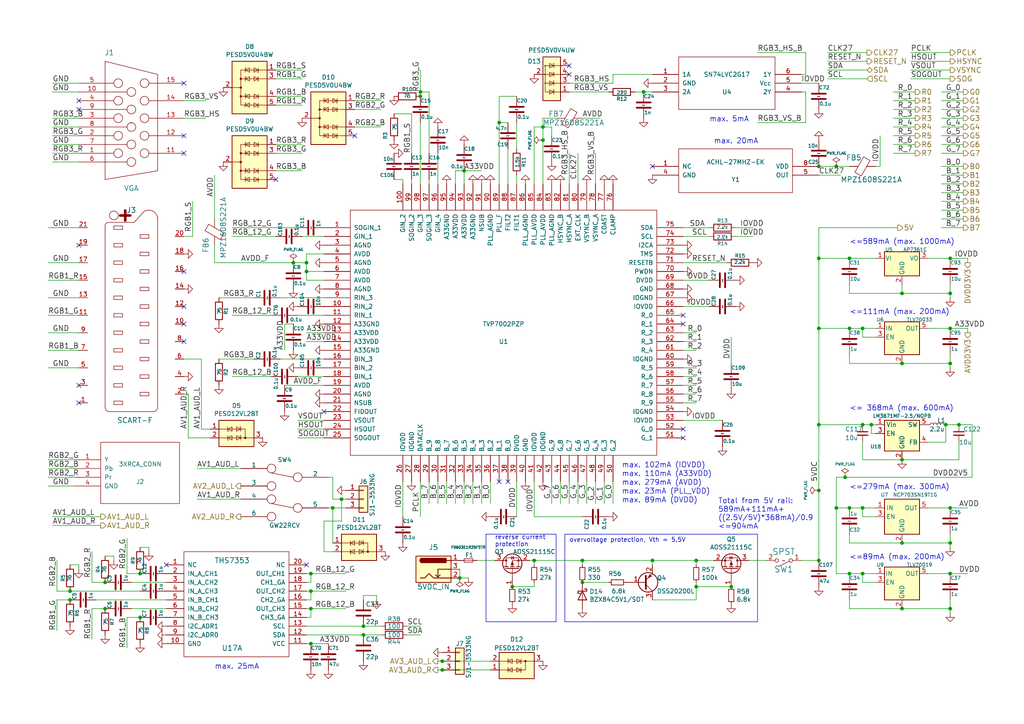
<source format=kicad_sch>
(kicad_sch (version 20230121) (generator eeschema)
  (paper "A4")
  (title_block (title "Open Source Scan Converter") (date "2023-05-18") (rev "1.8"))
  (junction (at 261.62 85.09))
  (junction (at 242.57 147.32))
  (junction (at 237.49 123.19))
  (junction (at 168.91 168.91))
  (junction (at 88.9 76.2))
  (junction (at 20.32 171.45))
  (junction (at 128.27 191.77))
  (junction (at 90.17 186.69))
  (junction (at 99.06 144.78))
  (junction (at 237.49 162.56))
  (junction (at 237.49 95.25))
  (junction (at 189.23 162.56))
  (junction (at 168.91 162.56))
  (junction (at 212.09 170.18))
  (junction (at 278.13 123.19))
  (junction (at 275.59 166.37))
  (junction (at 90.17 166.37))
  (junction (at 90.17 176.53))
  (junction (at 121.92 27.94))
  (junction (at 252.73 123.19))
  (junction (at 105.41 184.15))
  (junction (at 157.48 36.83))
  (junction (at 88.9 78.74))
  (junction (at 121.92 26.67))
  (junction (at 148.59 170.18))
  (junction (at 237.49 74.93))
  (junction (at 242.57 48.26))
  (junction (at 245.11 138.43))
  (junction (at 246.38 95.25))
  (junction (at 275.59 95.25))
  (junction (at 186.69 26.67))
  (junction (at 20.32 173.99))
  (junction (at 275.59 105.41))
  (junction (at 246.38 166.37))
  (junction (at 275.59 74.93))
  (junction (at 237.49 142.24))
  (junction (at 105.41 181.61))
  (junction (at 144.78 35.56))
  (junction (at 133.35 167.64))
  (junction (at 40.64 179.07))
  (junction (at 90.17 171.45))
  (junction (at 275.59 147.32))
  (junction (at 134.62 49.53))
  (junction (at 275.59 176.53))
  (junction (at 30.48 168.91))
  (junction (at 96.52 147.32))
  (junction (at 274.32 123.19))
  (junction (at 275.59 85.09))
  (junction (at 261.62 105.41))
  (junction (at 261.62 157.48))
  (junction (at 246.38 147.32))
  (junction (at 30.48 176.53))
  (junction (at 250.19 95.25))
  (junction (at 250.19 166.37))
  (junction (at 275.59 157.48))
  (junction (at 246.38 74.93))
  (junction (at 154.94 162.56))
  (junction (at 261.62 133.35))
  (junction (at 201.93 162.56))
  (junction (at 157.48 40.64))
  (junction (at 250.19 147.32))
  (junction (at 237.49 48.26))
  (junction (at 201.93 170.18))
  (junction (at 85.09 76.2))
  (junction (at 261.62 176.53))
  (junction (at 128.27 194.31))
  (junction (at 250.19 123.19))
  (junction (at 40.64 166.37))
  (no_connect (at 144.78 139.7))
  (no_connect (at 147.32 139.7))
  (no_connect (at 198.12 124.46))
  (no_connect (at 165.1 21.59))
  (no_connect (at 53.34 88.9))
  (no_connect (at 53.34 99.06))
  (no_connect (at 198.12 91.44))
  (no_connect (at 53.34 78.74))
  (no_connect (at 198.12 127))
  (no_connect (at 53.34 93.98))
  (no_connect (at 22.86 29.21))
  (no_connect (at 93.98 119.38))
  (no_connect (at 22.86 31.75))
  (no_connect (at 88.9 163.83))
  (no_connect (at 53.34 44.45))
  (no_connect (at 198.12 93.98))
  (no_connect (at 22.86 111.76))
  (no_connect (at 53.34 24.13))
  (no_connect (at 165.1 19.05))
  (no_connect (at 189.23 48.26))
  (no_connect (at 102.87 39.37))
  (no_connect (at 22.86 71.12))
  (no_connect (at 53.34 39.37))
  (no_connect (at 22.86 116.84))
  (no_connect (at 48.26 163.83))
  (no_connect (at 80.01 52.07))
  (wire (pts (xy 67.31 68.58) (xy 80.01 68.58)))
  (wire (pts (xy 201.93 111.76) (xy 198.12 111.76)))
  (wire (pts (xy 86.36 121.92) (xy 93.98 121.92)))
  (wire (pts (xy 176.53 168.91) (xy 168.91 168.91)))
  (wire (pts (xy 88.9 176.53) (xy 90.17 176.53)))
  (wire (pts (xy 237.49 95.25) (xy 237.49 74.93)))
  (wire (pts (xy 149.86 139.7) (xy 149.86 149.86)))
  (wire (pts (xy 87.63 68.58) (xy 93.98 68.58)))
  (wire (pts (xy 88.9 184.15) (xy 105.41 184.15)))
  (wire (pts (xy 127 146.05) (xy 127 139.7)))
  (wire (pts (xy 275.59 95.25) (xy 280.67 95.25)))
  (polyline (pts (xy 161.29 180.34) (xy 140.97 180.34)))
  (wire (pts (xy 201.93 163.83) (xy 201.93 162.56)))
  (wire (pts (xy 237.49 162.56) (xy 237.49 142.24)))
  (wire (pts (xy 139.7 146.05) (xy 139.7 139.7)))
  (wire (pts (xy 16.51 171.45) (xy 16.51 162.56)))
  (wire (pts (xy 237.49 48.26) (xy 242.57 48.26)))
  (wire (pts (xy 88.9 99.06) (xy 93.98 99.06)))
  (wire (pts (xy 237.49 66.04) (xy 237.49 74.93)))
  (wire (pts (xy 67.31 66.04) (xy 86.36 66.04)))
  (wire (pts (xy 87.63 41.91) (xy 80.01 41.91)))
  (wire (pts (xy 280.67 74.93) (xy 280.67 76.2)))
  (wire (pts (xy 281.94 138.43) (xy 245.11 138.43)))
  (wire (pts (xy 88.9 96.52) (xy 93.98 96.52)))
  (wire (pts (xy 109.22 173.99) (xy 109.22 172.72)))
  (wire (pts (xy 237.49 123.19) (xy 237.49 95.25)))
  (wire (pts (xy 273.05 48.26) (xy 279.4 48.26)))
  (wire (pts (xy 132.08 53.34) (xy 132.08 49.53)))
  (polyline (pts (xy 140.97 154.94) (xy 161.29 154.94)))
  (wire (pts (xy 279.4 39.37) (xy 273.05 39.37)))
  (wire (pts (xy 121.92 26.67) (xy 121.92 20.32)))
  (polyline (pts (xy 219.71 154.94) (xy 219.71 180.34)))
  (wire (pts (xy 121.92 184.15) (xy 118.11 184.15)))
  (wire (pts (xy 128.27 194.31) (xy 142.24 194.31)))
  (wire (pts (xy 22.86 96.52) (xy 13.97 96.52)))
  (wire (pts (xy 118.11 181.61) (xy 121.92 181.61)))
  (wire (pts (xy 144.78 27.94) (xy 144.78 35.56)))
  (wire (pts (xy 246.38 157.48) (xy 261.62 157.48)))
  (wire (pts (xy 82.55 111.76) (xy 93.98 111.76)))
  (wire (pts (xy 147.32 43.18) (xy 147.32 53.34)))
  (wire (pts (xy 198.12 68.58) (xy 205.74 68.58)))
  (wire (pts (xy 254 48.26) (xy 255.27 48.26)))
  (wire (pts (xy 154.94 36.83) (xy 154.94 53.34)))
  (wire (pts (xy 154.94 170.18) (xy 154.94 168.91)))
  (wire (pts (xy 124.46 146.05) (xy 124.46 139.7)))
  (wire (pts (xy 127 44.45) (xy 127 53.34)))
  (wire (pts (xy 264.16 22.86) (xy 275.59 22.86)))
  (wire (pts (xy 88.9 78.74) (xy 93.98 78.74)))
  (wire (pts (xy 246.38 85.09) (xy 261.62 85.09)))
  (wire (pts (xy 60.96 127) (xy 54.61 127)))
  (wire (pts (xy 250.19 168.91) (xy 254 168.91)))
  (wire (pts (xy 90.17 186.69) (xy 95.25 186.69)))
  (wire (pts (xy 53.34 104.14) (xy 58.42 104.14)))
  (wire (pts (xy 250.19 147.32) (xy 250.19 149.86)))
  (wire (pts (xy 240.03 17.78) (xy 251.46 17.78)))
  (wire (pts (xy 246.38 176.53) (xy 261.62 176.53)))
  (wire (pts (xy 88.9 166.37) (xy 90.17 166.37)))
  (wire (pts (xy 16.51 173.99) (xy 16.51 182.88)))
  (wire (pts (xy 177.8 139.7) (xy 177.8 146.05)))
  (wire (pts (xy 275.59 166.37) (xy 280.67 166.37)))
  (wire (pts (xy 137.16 146.05) (xy 137.16 139.7)))
  (wire (pts (xy 275.59 176.53) (xy 275.59 173.99)))
  (wire (pts (xy 20.32 173.99) (xy 16.51 173.99)))
  (wire (pts (xy 218.44 66.04) (xy 213.36 66.04)))
  (polyline (pts (xy 219.71 180.34) (xy 163.83 180.34)))
  (wire (pts (xy 134.62 49.53) (xy 134.62 53.34)))
  (wire (pts (xy 26.67 185.42) (xy 26.67 176.53)))
  (wire (pts (xy 280.67 95.25) (xy 280.67 96.52)))
  (wire (pts (xy 88.9 81.28) (xy 88.9 78.74)))
  (wire (pts (xy 278.13 133.35) (xy 278.13 128.27)))
  (wire (pts (xy 48.26 168.91) (xy 38.1 168.91)))
  (wire (pts (xy 90.17 171.45) (xy 100.33 171.45)))
  (wire (pts (xy 96.52 138.43) (xy 95.25 138.43)))
  (wire (pts (xy 57.15 144.78) (xy 69.85 144.78)))
  (wire (pts (xy 167.64 44.45) (xy 167.64 53.34)))
  (wire (pts (xy 142.24 146.05) (xy 142.24 139.7)))
  (wire (pts (xy 254 95.25) (xy 250.19 95.25)))
  (wire (pts (xy 15.24 152.4) (xy 29.21 152.4)))
  (wire (pts (xy 177.8 21.59) (xy 177.8 24.13)))
  (wire (pts (xy 100.33 147.32) (xy 96.52 147.32)))
  (wire (pts (xy 275.59 102.87) (xy 275.59 105.41)))
  (wire (pts (xy 273.05 58.42) (xy 279.4 58.42)))
  (wire (pts (xy 273.05 41.91) (xy 279.4 41.91)))
  (wire (pts (xy 168.91 162.56) (xy 189.23 162.56)))
  (wire (pts (xy 275.59 157.48) (xy 275.59 158.75)))
  (wire (pts (xy 259.08 36.83) (xy 265.43 36.83)))
  (wire (pts (xy 168.91 149.86) (xy 154.94 149.86)))
  (wire (pts (xy 15.24 39.37) (xy 22.86 39.37)))
  (wire (pts (xy 53.34 68.58) (xy 55.88 68.58)))
  (wire (pts (xy 93.98 109.22) (xy 86.36 109.22)))
  (wire (pts (xy 121.92 139.7) (xy 121.92 149.86)))
  (wire (pts (xy 16.51 171.45) (xy 20.32 171.45)))
  (wire (pts (xy 269.24 147.32) (xy 275.59 147.32)))
  (wire (pts (xy 237.49 162.56) (xy 232.41 162.56)))
  (wire (pts (xy 90.17 173.99) (xy 90.17 171.45)))
  (wire (pts (xy 157.48 40.64) (xy 157.48 53.34)))
  (wire (pts (xy 88.9 179.07) (xy 90.17 179.07)))
  (wire (pts (xy 279.4 50.8) (xy 273.05 50.8)))
  (wire (pts (xy 20.32 171.45) (xy 40.64 171.45)))
  (wire (pts (xy 57.15 135.89) (xy 69.85 135.89)))
  (wire (pts (xy 218.44 68.58) (xy 213.36 68.58)))
  (wire (pts (xy 254 125.73) (xy 252.73 125.73)))
  (polyline (pts (xy 163.83 180.34) (xy 163.83 154.94)))
  (wire (pts (xy 168.91 163.83) (xy 168.91 162.56)))
  (wire (pts (xy 219.71 35.56) (xy 233.68 35.56)))
  (wire (pts (xy 172.72 139.7) (xy 172.72 146.05)))
  (wire (pts (xy 189.23 163.83) (xy 189.23 162.56)))
  (wire (pts (xy 132.08 49.53) (xy 134.62 49.53)))
  (wire (pts (xy 96.52 157.48) (xy 96.52 147.32)))
  (wire (pts (xy 269.24 128.27) (xy 274.32 128.27)))
  (wire (pts (xy 78.74 91.44) (xy 67.31 91.44)))
  (polyline (pts (xy 161.29 154.94) (xy 161.29 180.34)))
  (wire (pts (xy 67.31 109.22) (xy 78.74 109.22)))
  (wire (pts (xy 157.48 34.29) (xy 157.48 36.83)))
  (wire (pts (xy 134.62 146.05) (xy 134.62 139.7)))
  (wire (pts (xy 22.86 46.99) (xy 15.24 46.99)))
  (wire (pts (xy 36.83 166.37) (xy 40.64 166.37)))
  (wire (pts (xy 275.59 105.41) (xy 275.59 106.68)))
  (wire (pts (xy 132.08 146.05) (xy 132.08 139.7)))
  (wire (pts (xy 105.41 184.15) (xy 110.49 184.15)))
  (wire (pts (xy 237.49 95.25) (xy 246.38 95.25)))
  (wire (pts (xy 165.1 44.45) (xy 165.1 53.34)))
  (wire (pts (xy 55.88 68.58) (xy 55.88 58.42)))
  (wire (pts (xy 116.84 53.34) (xy 116.84 52.07)))
  (wire (pts (xy 172.72 53.34) (xy 172.72 44.45)))
  (wire (pts (xy 157.48 36.83) (xy 160.02 36.83)))
  (wire (pts (xy 93.98 91.44) (xy 86.36 91.44)))
  (wire (pts (xy 13.97 133.35) (xy 21.59 133.35)))
  (wire (pts (xy 22.86 86.36) (xy 13.97 86.36)))
  (wire (pts (xy 278.13 123.19) (xy 281.94 123.19)))
  (wire (pts (xy 153.67 162.56) (xy 154.94 162.56)))
  (wire (pts (xy 237.49 50.8) (xy 243.84 50.8)))
  (wire (pts (xy 22.86 66.04) (xy 13.97 66.04)))
  (wire (pts (xy 259.08 26.67) (xy 265.43 26.67)))
  (wire (pts (xy 222.25 162.56) (xy 217.17 162.56)))
  (wire (pts (xy 242.57 147.32) (xy 246.38 147.32)))
  (wire (pts (xy 246.38 166.37) (xy 250.19 166.37)))
  (wire (pts (xy 265.43 44.45) (xy 259.08 44.45)))
  (wire (pts (xy 279.4 55.88) (xy 273.05 55.88)))
  (wire (pts (xy 198.12 121.92) (xy 209.55 121.92)))
  (wire (pts (xy 99.06 144.78) (xy 99.06 151.13)))
  (wire (pts (xy 33.02 162.56) (xy 33.02 161.29)))
  (wire (pts (xy 201.93 170.18) (xy 201.93 173.99)))
  (wire (pts (xy 160.02 146.05) (xy 160.02 139.7)))
  (wire (pts (xy 54.61 114.3) (xy 54.61 127)))
  (wire (pts (xy 121.92 27.94) (xy 121.92 26.67)))
  (wire (pts (xy 246.38 157.48) (xy 246.38 154.94)))
  (wire (pts (xy 53.34 34.29) (xy 59.69 34.29)))
  (wire (pts (xy 43.18 158.75) (xy 40.64 158.75)))
  (wire (pts (xy 36.83 156.21) (xy 36.83 166.37)))
  (wire (pts (xy 80.01 44.45) (xy 87.63 44.45)))
  (wire (pts (xy 198.12 76.2) (xy 210.82 76.2)))
  (wire (pts (xy 269.24 74.93) (xy 275.59 74.93)))
  (wire (pts (xy 15.24 149.86) (xy 29.21 149.86)))
  (wire (pts (xy 110.49 29.21) (xy 102.87 29.21)))
  (wire (pts (xy 88.9 73.66) (xy 93.98 73.66)))
  (wire (pts (xy 90.17 166.37) (xy 100.33 166.37)))
  (wire (pts (xy 102.87 36.83) (xy 110.49 36.83)))
  (wire (pts (xy 22.86 41.91) (xy 15.24 41.91)))
  (wire (pts (xy 62.23 71.12) (xy 62.23 76.2)))
  (wire (pts (xy 154.94 139.7) (xy 154.94 149.86)))
  (wire (pts (xy 240.03 22.86) (xy 251.46 22.86)))
  (wire (pts (xy 269.24 166.37) (xy 275.59 166.37)))
  (wire (pts (xy 279.4 44.45) (xy 273.05 44.45)))
  (wire (pts (xy 13.97 140.97) (xy 21.59 140.97)))
  (wire (pts (xy 189.23 162.56) (xy 201.93 162.56)))
  (wire (pts (xy 58.42 104.14) (xy 58.42 124.46)))
  (wire (pts (xy 265.43 34.29) (xy 259.08 34.29)))
  (wire (pts (xy 90.17 179.07) (xy 90.17 176.53)))
  (wire (pts (xy 88.9 78.74) (xy 88.9 76.2)))
  (wire (pts (xy 88.9 173.99) (xy 90.17 173.99)))
  (wire (pts (xy 250.19 95.25) (xy 250.19 97.79)))
  (wire (pts (xy 246.38 102.87) (xy 246.38 105.41)))
  (wire (pts (xy 246.38 176.53) (xy 246.38 173.99)))
  (wire (pts (xy 48.26 176.53) (xy 38.1 176.53)))
  (wire (pts (xy 240.03 20.32) (xy 251.46 20.32)))
  (wire (pts (xy 237.49 66.04) (xy 260.35 66.04)))
  (wire (pts (xy 254 166.37) (xy 250.19 166.37)))
  (wire (pts (xy 168.91 162.56) (xy 154.94 162.56)))
  (wire (pts (xy 201.93 116.84) (xy 198.12 116.84)))
  (wire (pts (xy 255.27 48.26) (xy 255.27 39.37)))
  (wire (pts (xy 201.93 168.91) (xy 201.93 170.18)))
  (wire (pts (xy 201.93 109.22) (xy 198.12 109.22)))
  (wire (pts (xy 233.68 35.56) (xy 233.68 26.67)))
  (wire (pts (xy 279.4 60.96) (xy 273.05 60.96)))
  (wire (pts (xy 184.15 26.67) (xy 186.69 26.67)))
  (wire (pts (xy 88.9 81.28) (xy 93.98 81.28)))
  (wire (pts (xy 22.86 163.83) (xy 20.32 163.83)))
  (wire (pts (xy 148.59 170.18) (xy 154.94 170.18)))
  (wire (pts (xy 62.23 76.2) (xy 85.09 76.2)))
  (wire (pts (xy 82.55 93.98) (xy 85.09 93.98)))
  (wire (pts (xy 53.34 114.3) (xy 54.61 114.3)))
  (wire (pts (xy 43.18 160.02) (xy 43.18 158.75)))
  (wire (pts (xy 157.48 36.83) (xy 157.48 40.64)))
  (wire (pts (xy 281.94 123.19) (xy 281.94 138.43)))
  (wire (pts (xy 93.98 151.13) (xy 93.98 160.02)))
  (wire (pts (xy 86.36 124.46) (xy 93.98 124.46)))
  (wire (pts (xy 165.1 26.67) (xy 176.53 26.67)))
  (wire (pts (xy 250.19 149.86) (xy 254 149.86)))
  (wire (pts (xy 160.02 36.83) (xy 160.02 39.37)))
  (wire (pts (xy 96.52 144.78) (xy 99.06 144.78)))
  (wire (pts (xy 26.67 168.91) (xy 26.67 160.02)))
  (wire (pts (xy 250.19 166.37) (xy 250.19 168.91)))
  (wire (pts (xy 165.1 146.05) (xy 165.1 139.7)))
  (wire (pts (xy 90.17 168.91) (xy 90.17 166.37)))
  (wire (pts (xy 22.86 91.44) (xy 13.97 91.44)))
  (wire (pts (xy 205.74 66.04) (xy 198.12 66.04)))
  (wire (pts (xy 162.56 146.05) (xy 162.56 139.7)))
  (wire (pts (xy 246.38 95.25) (xy 250.19 95.25)))
  (wire (pts (xy 85.09 76.2) (xy 88.9 76.2)))
  (wire (pts (xy 36.83 179.07) (xy 40.64 179.07)))
  (wire (pts (xy 274.32 128.27) (xy 274.32 123.19)))
  (wire (pts (xy 80.01 22.86) (xy 87.63 22.86)))
  (wire (pts (xy 201.93 96.52) (xy 198.12 96.52)))
  (wire (pts (xy 90.17 176.53) (xy 100.33 176.53)))
  (wire (pts (xy 63.5 86.36) (xy 73.66 86.36)))
  (wire (pts (xy 261.62 82.55) (xy 261.62 85.09)))
  (wire (pts (xy 15.24 44.45) (xy 22.86 44.45)))
  (wire (pts (xy 237.49 142.24) (xy 237.49 123.19)))
  (wire (pts (xy 93.98 160.02) (xy 96.52 160.02)))
  (wire (pts (xy 265.43 39.37) (xy 259.08 39.37)))
  (wire (pts (xy 240.03 15.24) (xy 251.46 15.24)))
  (wire (pts (xy 201.93 106.68) (xy 198.12 106.68)))
  (wire (pts (xy 261.62 157.48) (xy 275.59 157.48)))
  (wire (pts (xy 265.43 29.21) (xy 259.08 29.21)))
  (wire (pts (xy 219.71 15.24) (xy 233.68 15.24)))
  (wire (pts (xy 53.34 29.21) (xy 59.69 29.21)))
  (wire (pts (xy 124.46 52.07) (xy 124.46 53.34)))
  (wire (pts (xy 233.68 15.24) (xy 233.68 21.59)))
  (wire (pts (xy 245.11 138.43) (xy 242.57 138.43)))
  (wire (pts (xy 149.86 27.94) (xy 144.78 27.94)))
  (wire (pts (xy 88.9 181.61) (xy 105.41 181.61)))
  (wire (pts (xy 154.94 36.83) (xy 157.48 36.83)))
  (wire (pts (xy 121.92 35.56) (xy 121.92 53.34)))
  (wire (pts (xy 22.86 26.67) (xy 15.24 26.67)))
  (wire (pts (xy 88.9 171.45) (xy 90.17 171.45)))
  (wire (pts (xy 124.46 26.67) (xy 124.46 44.45)))
  (wire (pts (xy 250.19 133.35) (xy 261.62 133.35)))
  (wire (pts (xy 167.64 146.05) (xy 167.64 139.7)))
  (wire (pts (xy 134.62 49.53) (xy 139.7 49.53)))
  (wire (pts (xy 242.57 147.32) (xy 242.57 166.37)))
  (wire (pts (xy 116.84 52.07) (xy 114.3 52.07)))
  (wire (pts (xy 273.05 36.83) (xy 279.4 36.83)))
  (wire (pts (xy 261.62 105.41) (xy 275.59 105.41)))
  (wire (pts (xy 133.35 165.1) (xy 133.35 167.64)))
  (wire (pts (xy 269.24 95.25) (xy 275.59 95.25)))
  (wire (pts (xy 88.9 168.91) (xy 90.17 168.91)))
  (wire (pts (xy 22.86 81.28) (xy 13.97 81.28)))
  (wire (pts (xy 252.73 125.73) (xy 252.73 123.19)))
  (wire (pts (xy 275.59 82.55) (xy 275.59 85.09)))
  (wire (pts (xy 22.86 101.6) (xy 13.97 101.6)))
  (wire (pts (xy 259.08 31.75) (xy 265.43 31.75)))
  (wire (pts (xy 233.68 21.59) (xy 232.41 21.59)))
  (wire (pts (xy 201.93 101.6) (xy 198.12 101.6)))
  (wire (pts (xy 250.19 123.19) (xy 237.49 123.19)))
  (wire (pts (xy 237.49 74.93) (xy 246.38 74.93)))
  (wire (pts (xy 109.22 172.72) (xy 105.41 172.72)))
  (wire (pts (xy 99.06 151.13) (xy 93.98 151.13)))
  (wire (pts (xy 250.19 128.27) (xy 250.19 133.35)))
  (wire (pts (xy 252.73 123.19) (xy 254 123.19)))
  (wire (pts (xy 246.38 48.26) (xy 242.57 48.26)))
  (wire (pts (xy 198.12 88.9) (xy 205.74 88.9)))
  (wire (pts (xy 279.4 34.29) (xy 273.05 34.29)))
  (wire (pts (xy 135.89 167.64) (xy 133.35 167.64)))
  (wire (pts (xy 58.42 124.46) (xy 60.96 124.46)))
  (wire (pts (xy 198.12 81.28) (xy 205.74 81.28)))
  (wire (pts (xy 264.16 17.78) (xy 275.59 17.78)))
  (wire (pts (xy 275.59 176.53) (xy 275.59 177.8)))
  (wire (pts (xy 168.91 34.29) (xy 173.99 34.29)))
  (wire (pts (xy 275.59 74.93) (xy 280.67 74.93)))
  (wire (pts (xy 161.29 34.29) (xy 157.48 34.29)))
  (wire (pts (xy 128.27 191.77) (xy 142.24 191.77)))
  (wire (pts (xy 186.69 26.67) (xy 189.23 26.67)))
  (wire (pts (xy 143.51 162.56) (xy 138.43 162.56)))
  (wire (pts (xy 119.38 33.02) (xy 119.38 44.45)))
  (wire (pts (xy 96.52 144.78) (xy 96.52 138.43)))
  (wire (pts (xy 177.8 24.13) (xy 165.1 24.13)))
  (wire (pts (xy 81.28 86.36) (xy 93.98 86.36)))
  (wire (pts (xy 80.01 27.94) (xy 87.63 27.94)))
  (wire (pts (xy 274.32 123.19) (xy 278.13 123.19)))
  (wire (pts (xy 279.4 29.21) (xy 273.05 29.21)))
  (wire (pts (xy 252.73 123.19) (xy 250.19 123.19)))
  (wire (pts (xy 201.93 99.06) (xy 198.12 99.06)))
  (wire (pts (xy 189.23 173.99) (xy 201.93 173.99)))
  (wire (pts (xy 62.23 50.8) (xy 62.23 63.5)))
  (wire (pts (xy 246.38 74.93) (xy 254 74.93)))
  (polyline (pts (xy 140.97 180.34) (xy 140.97 154.94)))
  (wire (pts (xy 87.63 30.48) (xy 80.01 30.48)))
  (wire (pts (xy 264.16 15.24) (xy 275.59 15.24)))
  (wire (pts (xy 127 191.77) (xy 128.27 191.77)))
  (wire (pts (xy 254 147.32) (xy 250.19 147.32)))
  (wire (pts (xy 246.38 147.32) (xy 250.19 147.32)))
  (wire (pts (xy 22.86 106.68) (xy 13.97 106.68)))
  (wire (pts (xy 275.59 157.48) (xy 275.59 154.94)))
  (wire (pts (xy 88.9 186.69) (xy 90.17 186.69)))
  (wire (pts (xy 212.09 105.41) (xy 212.09 97.79)))
  (wire (pts (xy 261.62 176.53) (xy 275.59 176.53)))
  (wire (pts (xy 207.01 162.56) (xy 201.93 162.56)))
  (wire (pts (xy 246.38 82.55) (xy 246.38 85.09)))
  (wire (pts (xy 102.87 31.75) (xy 110.49 31.75)))
  (wire (pts (xy 26.67 176.53) (xy 30.48 176.53)))
  (wire (pts (xy 273.05 63.5) (xy 279.4 63.5)))
  (wire (pts (xy 189.23 21.59) (xy 177.8 21.59)))
  (wire (pts (xy 15.24 34.29) (xy 22.86 34.29)))
  (wire (pts (xy 13.97 135.89) (xy 21.59 135.89)))
  (wire (pts (xy 88.9 76.2) (xy 88.9 73.66)))
  (wire (pts (xy 124.46 26.67) (xy 121.92 26.67)))
  (wire (pts (xy 273.05 31.75) (xy 279.4 31.75)))
  (wire (pts (xy 13.97 138.43) (xy 21.59 138.43)))
  (wire (pts (xy 261.62 85.09) (xy 275.59 85.09)))
  (wire (pts (xy 129.54 146.05) (xy 129.54 139.7)))
  (wire (pts (xy 30.48 168.91) (xy 26.67 168.91)))
  (wire (pts (xy 82.55 101.6) (xy 82.55 93.98)))
  (wire (pts (xy 22.86 165.1) (xy 22.86 163.83)))
  (wire (pts (xy 63.5 104.14) (xy 73.66 104.14)))
  (wire (pts (xy 22.86 76.2) (xy 13.97 76.2)))
  (wire (pts (xy 246.38 105.41) (xy 261.62 105.41)))
  (wire (pts (xy 149.86 35.56) (xy 149.86 43.18)))
  (wire (pts (xy 144.78 35.56) (xy 144.78 53.34)))
  (wire (pts (xy 127 194.31) (xy 128.27 194.31)))
  (wire (pts (xy 275.59 147.32) (xy 280.67 147.32)))
  (wire (pts (xy 232.41 26.67) (xy 233.68 26.67)))
  (wire (pts (xy 114.3 33.02) (xy 119.38 33.02)))
  (polyline (pts (xy 163.83 154.94) (xy 219.71 154.94)))
  (wire (pts (xy 22.86 24.13) (xy 15.24 24.13)))
  (wire (pts (xy 273.05 26.67) (xy 279.4 26.67)))
  (wire (pts (xy 105.41 181.61) (xy 110.49 181.61)))
  (wire (pts (xy 27.94 173.99) (xy 48.26 173.99)))
  (wire (pts (xy 147.32 35.56) (xy 144.78 35.56)))
  (wire (pts (xy 170.18 146.05) (xy 170.18 139.7)))
  (wire (pts (xy 36.83 179.07) (xy 36.83 187.96)))
  (wire (pts (xy 275.59 85.09) (xy 275.59 86.36)))
  (wire (pts (xy 99.06 144.78) (xy 100.33 144.78)))
  (wire (pts (xy 279.4 66.04) (xy 273.05 66.04)))
  (wire (pts (xy 116.84 139.7) (xy 116.84 149.86)))
  (wire (pts (xy 154.94 163.83) (xy 154.94 162.56)))
  (wire (pts (xy 93.98 104.14) (xy 81.28 104.14)))
  (wire (pts (xy 232.41 24.13) (xy 237.49 24.13)))
  (wire (pts (xy 201.93 114.3) (xy 198.12 114.3)))
  (wire (pts (xy 22.86 36.83) (xy 15.24 36.83)))
  (wire (pts (xy 273.05 53.34) (xy 279.4 53.34)))
  (wire (pts (xy 242.57 138.43) (xy 242.57 147.32)))
  (wire (pts (xy 250.19 97.79) (xy 254 97.79)))
  (wire (pts (xy 119.38 53.34) (xy 119.38 52.07)))
  (wire (pts (xy 212.09 170.18) (xy 201.93 170.18)))
  (wire (pts (xy 261.62 133.35) (xy 278.13 133.35)))
  (wire (pts (xy 259.08 41.91) (xy 265.43 41.91)))
  (wire (pts (xy 105.41 172.72) (xy 105.41 173.99)))
  (wire (pts (xy 80.01 20.32) (xy 87.63 20.32)))
  (wire (pts (xy 80.01 49.53) (xy 87.63 49.53)))
  (wire (pts (xy 242.57 166.37) (xy 246.38 166.37)))
  (wire (pts (xy 264.16 20.32) (xy 275.59 20.32)))
  (wire (pts (xy 96.52 147.32) (xy 95.25 147.32)))
  (wire (pts (xy 33.02 161.29) (xy 30.48 161.29)))
  (wire (pts (xy 149.86 53.34) (xy 149.86 50.8)))
  (wire (pts (xy 175.26 139.7) (xy 175.26 146.05)))
  (wire (pts (xy 86.36 127) (xy 93.98 127)))
  (text "max. 25mA" (at 62.23 194.31 0) (effects (font (size 1.524 1.524)) (justify left bottom)))
  (text "<=589mA (max. 1000mA)" (at 246.38 71.12 0) (effects (font (size 1.524 1.524)) (justify left bottom)))
  (text "max. 20mA" (at 207.01 41.91 0) (effects (font (size 1.524 1.524)) (justify left bottom)))
  (text "<=279mA (max. 300mA)" (at 246.38 142.24 0) (effects (font (size 1.524 1.524)) (justify left bottom)))
  (text "max. 279mA (AVDD)" (at 180.34 140.97 0) (effects (font (size 1.524 1.524)) (justify left bottom)))
  (text "<=111mA (max. 200mA)" (at 246.38 91.44 0) (effects (font (size 1.524 1.524)) (justify left bottom)))
  (text "max. 23mA (PLL_VDD)" (at 180.34 143.51 0) (effects (font (size 1.524 1.524)) (justify left bottom)))
  (text "max. 89mA (DVDD)" (at 180.34 146.05 0) (effects (font (size 1.524 1.524)) (justify left bottom)))
  (text "max. 110mA (A33VDD)" (at 180.34 138.43 0) (effects (font (size 1.524 1.524)) (justify left bottom)))
  (text "reverse current\nprotection" (at 143.51 158.75 0) (effects (font (size 1.27 1.27)) (justify left bottom)))
  (text "<= 368mA (max. 600mA)" (at 246.38 119.38 0) (effects (font (size 1.524 1.524)) (justify left bottom)))
  (text "Total from 5V rail:\n589mA+111mA+\n((2.5V/5V)*368mA)/0.9\n<=904mA" (at 208.28 153.67 0) (effects (font (size 1.524 1.524)) (justify left bottom)))
  (text "max. 102mA (IOVDD)" (at 180.34 135.89 0) (effects (font (size 1.524 1.524)) (justify left bottom)))
  (text "max. 5mA" (at 205.74 35.56 0) (effects (font (size 1.524 1.524)) (justify left bottom)))
  (text "overvoltage protection, Vth = 5.5V" (at 165.1 157.48 0) (effects (font (size 1.27 1.27)) (justify left bottom)))
  (text "<=89mA (max. 200mA)" (at 246.38 162.56 0) (effects (font (size 1.524 1.524)) (justify left bottom)))
  (label "RGB3_B" (at 80.01 49.53 0) (effects (font (size 1.524 1.524))))
  (label "RGB2_R" (at 26.67 167.64 90) (effects (font (size 1.524 1.524))))
  (label "B_5" (at 129.54 144.78 90) (effects (font (size 1.524 1.524))))
  (label "G_1" (at 274.32 29.21 0) (effects (font (size 1.524 1.524))))
  (label "RGB3_R" (at 80.01 41.91 0) (effects (font (size 1.524 1.524))))
  (label "B_3" (at 134.62 144.78 90) (effects (font (size 1.524 1.524))))
  (label "B_6" (at 127 144.78 90) (effects (font (size 1.524 1.524))))
  (label "G_7" (at 160.02 144.78 90) (effects (font (size 1.524 1.524))))
  (label "RGB1_S" (at 80.01 20.32 0) (effects (font (size 1.524 1.524))))
  (label "RGB3_G" (at 80.01 44.45 0) (effects (font (size 1.524 1.524))))
  (label "G_5" (at 165.1 144.78 90) (effects (font (size 1.524 1.524))))
  (label "R_4" (at 260.35 36.83 0) (effects (font (size 1.524 1.524))))
  (label "GND" (at 15.24 140.97 0) (effects (font (size 1.524 1.524))))
  (label "RGB3_B" (at 15.24 34.29 0) (effects (font (size 1.524 1.524))))
  (label "R_7" (at 199.39 116.84 0) (effects (font (size 1.524 1.524))))
  (label "RGB_12_B" (at 67.31 109.22 0) (effects (font (size 1.524 1.524))))
  (label "G_2" (at 274.32 31.75 0) (effects (font (size 1.524 1.524))))
  (label "DVDD2V5" (at 270.51 138.43 0) (effects (font (size 1.524 1.524))))
  (label "RGB1_R" (at 13.97 81.28 0) (effects (font (size 1.524 1.524))))
  (label "B_7" (at 124.46 144.78 90) (effects (font (size 1.524 1.524))))
  (label "RGB3_B" (at 64.77 104.14 0) (effects (font (size 1.524 1.524))))
  (label "B_0" (at 142.24 144.78 90) (effects (font (size 1.524 1.524))))
  (label "GND" (at 15.24 96.52 0) (effects (font (size 1.524 1.524))))
  (label "AVDD" (at 168.91 34.29 0) (effects (font (size 1.524 1.524))))
  (label "IOVDD" (at 154.94 148.59 90) (effects (font (size 1.524 1.524))))
  (label "SOGOUT" (at 86.36 127 0) (effects (font (size 1.524 1.524))))
  (label "IOVDD" (at 276.86 74.93 0) (effects (font (size 1.524 1.524))))
  (label "R_0" (at 260.35 26.67 0) (effects (font (size 1.524 1.524))))
  (label "A33VDD" (at 276.86 95.25 0) (effects (font (size 1.524 1.524))))
  (label "B_1" (at 139.7 144.78 90) (effects (font (size 1.524 1.524))))
  (label "IOVDD" (at 232.41 24.13 0) (effects (font (size 1.524 1.524))))
  (label "RGB3_VS_B" (at 219.71 35.56 0) (effects (font (size 1.524 1.524))))
  (label "RGB3_HS" (at 166.37 24.13 0) (effects (font (size 1.524 1.524))))
  (label "RGB1_S" (at 55.88 67.31 90) (effects (font (size 1.524 1.524))))
  (label "R_6" (at 260.35 41.91 0) (effects (font (size 1.524 1.524))))
  (label "RGB_12_R" (at 91.44 171.45 0) (effects (font (size 1.524 1.524))))
  (label "SCL" (at 200.66 68.58 0) (effects (font (size 1.524 1.524))))
  (label "G_6" (at 274.32 41.91 0) (effects (font (size 1.524 1.524))))
  (label "RGB3_VS" (at 166.37 26.67 0) (effects (font (size 1.524 1.524))))
  (label "R_3" (at 260.35 34.29 0) (effects (font (size 1.524 1.524))))
  (label "GND" (at 15.24 66.04 0) (effects (font (size 1.524 1.524))))
  (label "RGB_12_G" (at 91.44 166.37 0) (effects (font (size 1.524 1.524))))
  (label "G_4" (at 167.64 144.78 90) (effects (font (size 1.524 1.524))))
  (label "RGB_12_G" (at 67.31 68.58 0) (effects (font (size 1.524 1.524))))
  (label "G_6" (at 162.56 144.78 90) (effects (font (size 1.524 1.524))))
  (label "RGB1_B" (at 36.83 187.96 90) (effects (font (size 1.524 1.524))))
  (label "R_5" (at 199.39 111.76 0) (effects (font (size 1.524 1.524))))
  (label "R_4" (at 199.39 109.22 0) (effects (font (size 1.524 1.524))))
  (label "IOVDD" (at 116.84 147.32 90) (effects (font (size 1.524 1.524))))
  (label "R_3" (at 199.39 106.68 0) (effects (font (size 1.524 1.524))))
  (label "R_5" (at 260.35 39.37 0) (effects (font (size 1.524 1.524))))
  (label "G_0" (at 274.32 26.67 0) (effects (font (size 1.524 1.524))))
  (label "RESET_N" (at 200.66 76.2 0) (effects (font (size 1.524 1.524))))
  (label "IOVDD" (at 199.39 88.9 0) (effects (font (size 1.524 1.524))))
  (label "R_1" (at 260.35 29.21 0) (effects (font (size 1.524 1.524))))
  (label "RGB1_S" (at 119.38 44.45 90) (effects (font (size 1.524 1.524))))
  (label "G_0" (at 177.8 144.78 90) (effects (font (size 1.524 1.524))))
  (label "RGB3_R" (at 15.24 44.45 0) (effects (font (size 1.524 1.524))))
  (label "HSOUT" (at 86.36 124.46 0) (effects (font (size 1.524 1.524))))
  (label "RGB1_G" (at 16.51 182.88 90) (effects (font (size 1.524 1.524))))
  (label "R_1" (at 199.39 99.06 0) (effects (font (size 1.524 1.524))))
  (label "A33VDD" (at 92.71 186.69 0) (effects (font (size 1.524 1.524))))
  (label "B_0" (at 274.32 48.26 0) (effects (font (size 1.524 1.524))))
  (label "DVDD" (at 149.86 147.32 90) (effects (font (size 1.524 1.524))))
  (label "AV1_AUD_R" (at 57.15 144.78 0) (effects (font (size 1.524 1.524))))
  (label "R_7" (at 260.35 44.45 0) (effects (font (size 1.524 1.524))))
  (label "RGB2_B" (at 102.87 36.83 0) (effects (font (size 1.524 1.524))))
  (label "AV1_AUD_L" (at 57.15 135.89 0) (effects (font (size 1.524 1.524))))
  (label "AV1_AUD_L" (at 15.24 149.86 0) (effects (font (size 1.524 1.524))))
  (label "RGB2_R" (at 102.87 29.21 0) (effects (font (size 1.524 1.524))))
  (label "R_0" (at 199.39 96.52 0) (effects (font (size 1.524 1.524))))
  (label "PCLK" (at 264.16 15.24 0) (effects (font (size 1.524 1.524))))
  (label "G_5" (at 274.32 39.37 0) (effects (font (size 1.524 1.524))))
  (label "RGB_12_G" (at 67.31 66.04 0) (effects (font (size 1.524 1.524))))
  (label "A33VDD" (at 88.9 96.52 0) (effects (font (size 1.524 1.524))))
  (label "VSOUT" (at 264.16 20.32 0) (effects (font (size 1.524 1.524))))
  (label "B_1" (at 274.32 50.8 0) (effects (font (size 1.524 1.524))))
  (label "IOVDD" (at 214.63 66.04 0) (effects (font (size 1.524 1.524))))
  (label "RGB3_R" (at 64.77 86.36 0) (effects (font (size 1.524 1.524))))
  (label "IOVDD" (at 255.27 46.99 90) (effects (font (size 1.524 1.524))))
  (label "B_7" (at 274.32 66.04 0) (effects (font (size 1.524 1.524))))
  (label "IOVDD" (at 200.66 121.92 0) (effects (font (size 1.524 1.524))))
  (label "AVDD_F" (at 69.85 76.2 0) (effects (font (size 1.524 1.524))))
  (label "RGB3_HS_B" (at 219.71 15.24 0) (effects (font (size 1.524 1.524))))
  (label "RGB1_G" (at 80.01 22.86 0) (effects (font (size 1.524 1.524))))
  (label "A33VDD" (at 88.9 99.06 0) (effects (font (size 1.524 1.524))))
  (label "G_3" (at 274.32 34.29 0) (effects (font (size 1.524 1.524))))
  (label "RGB_12_B" (at 91.44 176.53 0) (effects (font (size 1.524 1.524))))
  (label "RGB3_VS_B" (at 172.72 50.8 90) (effects (font (size 1.524 1.524))))
  (label "AV1_AUD_R" (at 15.24 152.4 0) (effects (font (size 1.524 1.524))))
  (label "R_6" (at 199.39 114.3 0) (effects (font (size 1.524 1.524))))
  (label "RGB1_B" (at 80.01 27.94 0) (effects (font (size 1.524 1.524))))
  (label "RGB1_B" (at 13.97 101.6 0) (effects (font (size 1.524 1.524))))
  (label "GND" (at 15.24 41.91 0) (effects (font (size 1.524 1.524))))
  (label "GND" (at 15.24 26.67 0) (effects (font (size 1.524 1.524))))
  (label "RGB3_G" (at 121.92 26.67 90) (effects (font (size 1.524 1.524))))
  (label "GND" (at 15.24 24.13 0) (effects (font (size 1.524 1.524))))
  (label "AV1_AUD_R" (at 54.61 124.46 90) (effects (font (size 1.524 1.524))))
  (label "PCLK" (at 121.92 148.59 90) (effects (font (size 1.524 1.524))))
  (label "G_2" (at 172.72 140.97 270) (effects (font (size 1.524 1.524))))
  (label "SCL" (at 118.11 181.61 0) (effects (font (size 1.524 1.524))))
  (label "B_2" (at 274.32 53.34 0) (effects (font (size 1.524 1.524))))
  (label "RGB2_G" (at 102.87 31.75 0) (effects (font (size 1.524 1.524))))
  (label "RGB2_B" (at 13.97 135.89 0) (effects (font (size 1.524 1.524))))
  (label "G_1" (at 175.26 140.97 270) (effects (font (size 1.524 1.524))))
  (label "CLK27" (at 240.03 15.24 0) (effects (font (size 1.524 1.524))))
  (label "G_4" (at 274.32 36.83 0) (effects (font (size 1.524 1.524))))
  (label "SDA" (at 118.11 184.15 0) (effects (font (size 1.524 1.524))))
  (label "CLK27" (at 167.64 52.07 90) (effects (font (size 1.524 1.524))))
  (label "SDA" (at 240.03 20.32 0) (effects (font (size 1.524 1.524))))
  (label "RGB3_G" (at 15.24 39.37 0) (effects (font (size 1.524 1.524))))
  (label "GND" (at 15.24 106.68 0) (effects (font (size 1.524 1.524))))
  (label "B_3" (at 274.32 55.88 0) (effects (font (size 1.524 1.524))))
  (label "CLK27" (at 237.49 50.8 0) (effects (font (size 1.524 1.524))))
  (label "G_7" (at 274.32 44.45 0) (effects (font (size 1.524 1.524))))
  (label "B_2" (at 137.16 144.78 90) (effects (font (size 1.524 1.524))))
  (label "5VDC" (at 237.49 139.7 90) (effects (font (size 1.524 1.524))))
  (label "SOGOUT" (at 264.16 22.86 0) (effects (font (size 1.524 1.524))))
  (label "AV1_AUD_L" (at 58.42 124.46 90) (effects (font (size 1.524 1.524))))
  (label "A33VDD" (at 82.55 101.6 90) (effects (font (size 1.524 1.524))))
  (label "RGB2_R" (at 13.97 138.43 0) (effects (font (size 1.524 1.524))))
  (label "G_3" (at 170.18 144.78 90) (effects (font (size 1.524 1.524))))
  (label "DVDD" (at 212.09 104.14 90) (effects (font (size 1.524 1.524))))
  (label "HSOUT" (at 264.16 17.78 0) (effects (font (size 1.524 1.524))))
  (label "IOVDD" (at 214.63 68.58 0) (effects (font (size 1.524 1.524))))
  (label "SCL" (at 240.03 22.86 0) (effects (font (size 1.524 1.524))))
  (label "RGB1_R" (at 26.67 185.42 90) (effects (font (size 1.524 1.524))))
  (label "AVDD_F" (at 85.09 111.76 0) (effects (font (size 1.524 1.524))))
  (label "SDA" (at 204.47 66.04 180) (effects (font (size 1.524 1.524))))
  (label "RGB3_VS" (at 53.34 29.21 0) (effects (font (size 1.524 1.524))))
  (label "VSOUT" (at 86.36 121.92 0) (effects (font (size 1.524 1.524))))
  (label "R_2" (at 199.39 101.6 0) (effects (font (size 1.524 1.524))))
  (label "AVDD" (at 62.23 57.15 90) (effects (font (size 1.524 1.524))))
  (label "RGB1_R" (at 80.01 30.48 0) (effects (font (size 1.524 1.524))))
  (label "RESET_N" (at 240.03 17.78 0) (effects (font (size 1.524 1.524))))
  (label "GND" (at 15.24 46.99 0) (effects (font (size 1.524 1.524))))
  (label "GND" (at 15.24 36.83 0) (effects (font (size 1.524 1.524))))
  (label "RGB2_B" (at 16.51 170.18 90) (effects (font (size 1.524 1.524))))
  (label "DVDD" (at 199.39 81.28 0) (effects (font (size 1.524 1.524))))
  (label "B_4" (at 132.08 144.78 90) (effects (font (size 1.524 1.524))))
  (label "DVDD" (at 278.13 166.37 0) (effects (font (size 1.524 1.524))))
  (label "R_2" (at 260.35 31.75 0) (effects (font (size 1.524 1.524))))
  (label "B_4" (at 274.32 58.42 0) (effects (font (size 1.524 1.524))))
  (label "RGB2_G" (at 36.83 156.21 270) (effects (font (size 1.524 1.524))))
  (label "RGB_12_R" (at 67.31 91.44 0) (effects (font (size 1.524 1.524))))
  (label "GND" (at 15.24 76.2 0) (effects (font (size 1.524 1.524))))
  (label "RGB2_G" (at 13.97 133.35 0) (effects (font (size 1.524 1.524))))
  (label "RGB3_HS" (at 53.34 34.29 0) (effects (font (size 1.524 1.524))))
  (label "AVDD" (at 278.13 147.32 0) (effects (font (size 1.524 1.524))))
  (label "A33VDD" (at 134.62 49.53 0) (effects (font (size 1.524 1.524))))
  (label "GND" (at 15.24 86.36 0) (effects (font (size 1.524 1.524))))
  (label "B_5" (at 274.32 60.96 0) (effects (font (size 1.524 1.524))))
  (label "RGB3_HS_B" (at 165.1 50.8 90) (effects (font (size 1.524 1.524))))
  (label "B_6" (at 274.32 63.5 0) (effects (font (size 1.524 1.524))))
  (label "RGB1_G" (at 13.97 91.44 0) (effects (font (size 1.524 1.524))))
  (hierarchical_label "R6" (shape output) (at 265.43 41.91 0) (effects (font (size 1.524 1.524))))
  (hierarchical_label "SCL" (shape input) (at 251.46 22.86 0) (effects (font (size 1.524 1.524))))
  (hierarchical_label "G0" (shape output) (at 279.4 26.67 0) (effects (font (size 1.524 1.524))))
  (hierarchical_label "G3" (shape output) (at 279.4 34.29 0) (effects (font (size 1.524 1.524))))
  (hierarchical_label "R2" (shape output) (at 265.43 31.75 0) (effects (font (size 1.524 1.524))))
  (hierarchical_label "SDA" (shape bidirectional) (at 251.46 20.32 0) (effects (font (size 1.524 1.524))))
  (hierarchical_label "DVDD3V3" (shape output) (at 280.67 76.2 270) (effects (font (size 1.524 1.524))))
  (hierarchical_label "B4" (shape output) (at 279.4 58.42 0) (effects (font (size 1.524 1.524))))
  (hierarchical_label "R4" (shape output) (at 265.43 36.83 0) (effects (font (size 1.524 1.524))))
  (hierarchical_label "G7" (shape output) (at 279.4 44.45 0) (effects (font (size 1.524 1.524))))
  (hierarchical_label "AVDD3V3" (shape output) (at 280.67 96.52 270) (effects (font (size 1.524 1.524))))
  (hierarchical_label "B1" (shape output) (at 279.4 50.8 0) (effects (font (size 1.524 1.524))))
  (hierarchical_label "CLK27" (shape output) (at 251.46 15.24 0) (effects (font (size 1.524 1.524))))
  (hierarchical_label "SOG" (shape output) (at 275.59 22.86 0) (effects (font (size 1.524 1.524))))
  (hierarchical_label "R5" (shape output) (at 265.43 39.37 0) (effects (font (size 1.524 1.524))))
  (hierarchical_label "RESET_N" (shape output) (at 251.46 17.78 0) (effects (font (size 1.524 1.524))))
  (hierarchical_label "AV3_AUD_R" (shape output) (at 127 194.31 180) (effects (font (size 1.524 1.524))))
  (hierarchical_label "R7" (shape output) (at 265.43 44.45 0) (effects (font (size 1.524 1.524))))
  (hierarchical_label "B7" (shape output) (at 279.4 66.04 0) (effects (font (size 1.524 1.524))))
  (hierarchical_label "AV2_AUD_L" (shape output) (at 69.85 140.97 180) (effects (font (size 1.524 1.524))))
  (hierarchical_label "5V" (shape output) (at 260.35 66.04 0) (effects (font (size 1.524 1.524))))
  (hierarchical_label "G2" (shape output) (at 279.4 31.75 0) (effects (font (size 1.524 1.524))))
  (hierarchical_label "B0" (shape output) (at 279.4 48.26 0) (effects (font (size 1.524 1.524))))
  (hierarchical_label "G4" (shape output) (at 279.4 36.83 0) (effects (font (size 1.524 1.524))))
  (hierarchical_label "B2" (shape output) (at 279.4 53.34 0) (effects (font (size 1.524 1.524))))
  (hierarchical_label "AV2_AUD_R" (shape output) (at 69.85 149.86 180) (effects (font (size 1.524 1.524))))
  (hierarchical_label "B5" (shape output) (at 279.4 60.96 0) (effects (font (size 1.524 1.524))))
  (hierarchical_label "AV1_AUD_R" (shape output) (at 29.21 152.4 0) (effects (font (size 1.524 1.524))))
  (hierarchical_label "B6" (shape output) (at 279.4 63.5 0) (effects (font (size 1.524 1.524))))
  (hierarchical_label "HSYNC" (shape output) (at 275.59 17.78 0) (effects (font (size 1.524 1.524))))
  (hierarchical_label "G6" (shape output) (at 279.4 41.91 0) (effects (font (size 1.524 1.524))))
  (hierarchical_label "G5" (shape output) (at 279.4 39.37 0) (effects (font (size 1.524 1.524))))
  (hierarchical_label "G1" (shape output) (at 279.4 29.21 0) (effects (font (size 1.524 1.524))))
  (hierarchical_label "R3" (shape output) (at 265.43 34.29 0) (effects (font (size 1.524 1.524))))
  (hierarchical_label "AV1_AUD_L" (shape output) (at 29.21 149.86 0) (effects (font (size 1.524 1.524))))
  (hierarchical_label "AV3_AUD_L" (shape output) (at 127 191.77 180) (effects (font (size 1.524 1.524))))
  (hierarchical_label "B3" (shape output) (at 279.4 55.88 0) (effects (font (size 1.524 1.524))))
  (hierarchical_label "R1" (shape output) (at 265.43 29.21 0) (effects (font (size 1.524 1.524))))
  (hierarchical_label "PCLK" (shape output) (at 275.59 15.24 0) (effects (font (size 1.524 1.524))))
  (hierarchical_label "R0" (shape output) (at 265.43 26.67 0) (effects (font (size 1.524 1.524))))
  (hierarchical_label "VSYNC" (shape output) (at 275.59 20.32 0) (effects (font (size 1.524 1.524))))
  (symbol (lib_id "custom_components:TVP7002") (at 146.05 96.52 0) (unit 1)
    (property "Reference" "U1" (at 146.05 99.06 0))
    (property "Value" "TVP7002PZP" (at 146.05 93.98 0))
    (property "Footprint" "custom_components:TQFP-100_thermal" (effects hide))
    (property "Datasheet" "DOCUMENTATION" (effects hide))
  )
  (symbol (lib_id "Connector:SCART-F") (at 38.1 91.44 0) (unit 1)
    (property "Reference" "J3" (at 38.1 60.96 0) (effects (font (size 1.524 1.524))))
    (property "Value" "SCART-F" (at 39.116 121.92 0) (effects (font (size 1.524 1.524))))
    (property "Footprint" "custom_components:SCART_CONN" (effects hide))
  )
  (symbol (lib_id "custom_components:VGA") (at 38.1 35.56 0) (unit 1)
    (property "Reference" "J1" (at 31.75 15.24 0) (effects (font (size 1.524 1.524))))
    (property "Value" "VGA" (at 38.1 54.61 0) (effects (font (size 1.524 1.524))))
    (property "Footprint" "custom_components:VGA_CONN" (effects hide))
    (property "Datasheet" "~" (at 38.1 35.56 0) (effects (font (size 1.524 1.524))))
  )
  (symbol (lib_id "custom_components:3xRCA_CONN") (at 40.64 137.16 0) (unit 1)
    (property "Reference" "J2" (at 40.64 139.7 0))
    (property "Value" "3XRCA_CONN" (at 40.64 134.62 0))
    (property "Footprint" "custom_components:3xRCA_CONN" (effects hide))
    (property "Datasheet" "DOCUMENTATION" (effects hide))
  )
  (symbol (lib_id "Connector:Barrel_Jack_Switch") (at 125.73 165.1 0) (unit 1)
    (property "Reference" "J5" (at 125.73 158.75 0) (effects (font (size 1.524 1.524))))
    (property "Value" "5VDC_IN" (at 125.73 170.18 0) (effects (font (size 1.524 1.524))))
    (property "Footprint" "custom_components:BARREL_JACK_roundconn" (effects hide))
  )
  (symbol (lib_id "Regulator_Linear:TLV70019_SOT23-5") (at 261.62 168.91 0) (unit 1)
    (property "Reference" "U9" (at 255.27 163.83 0) (effects (font (size 1.016 1.016))))
    (property "Value" "TLV70019" (at 266.7 163.83 0) (effects (font (size 1.016 1.016))))
    (property "Footprint" "custom_components:SOT-23-5_Handsoldering" (effects hide))
  )
  (symbol (lib_id "Device:C") (at 246.38 151.13 0) (mirror x) (unit 1)
    (property "Reference" "C32" (at 246.38 153.67 0) (effects (font (size 1.016 1.016)) (justify left)))
    (property "Value" "1u" (at 246.5324 148.971 0) (effects (font (size 1.016 1.016)) (justify left)))
    (property "Footprint" "custom_components:SM0603_Capa_libcms" (effects hide))
    (property "Datasheet" "~" (at 246.38 151.13 0) (effects (font (size 1.524 1.524))))
  )
  (symbol (lib_id "Device:C") (at 275.59 151.13 0) (unit 1)
    (property "Reference" "C35" (at 275.59 148.59 0) (effects (font (size 1.016 1.016)) (justify left)))
    (property "Value" "1u" (at 275.7424 153.289 0) (effects (font (size 1.016 1.016)) (justify left)))
    (property "Footprint" "custom_components:SM0603_Capa_libcms" (effects hide))
    (property "Datasheet" "~" (at 275.59 151.13 0) (effects (font (size 1.524 1.524))))
  )
  (symbol (lib_id "Device:C") (at 275.59 170.18 0) (unit 1)
    (property "Reference" "C37" (at 275.59 167.64 0) (effects (font (size 1.016 1.016)) (justify left)))
    (property "Value" "1u" (at 275.7424 172.339 0) (effects (font (size 1.016 1.016)) (justify left)))
    (property "Footprint" "custom_components:SM0603_Capa_libcms" (effects hide))
    (property "Datasheet" "~" (at 275.59 170.18 0) (effects (font (size 1.524 1.524))))
  )
  (symbol (lib_id "Device:C") (at 246.38 170.18 0) (unit 1)
    (property "Reference" "C34" (at 246.38 167.64 0) (effects (font (size 1.016 1.016)) (justify left)))
    (property "Value" "1u" (at 246.5324 172.339 0) (effects (font (size 1.016 1.016)) (justify left)))
    (property "Footprint" "custom_components:SM0603_Capa_libcms" (effects hide))
    (property "Datasheet" "~" (at 246.38 170.18 0) (effects (font (size 1.524 1.524))))
  )
  (symbol (lib_id "power:GND") (at 275.59 158.75 0) (unit 1)
    (property "Reference" "#PWR079" (effects hide))
    (property "Value" "GND" (effects hide))
  )
  (symbol (lib_id "power:GND") (at 275.59 177.8 0) (unit 1)
    (property "Reference" "#PWR080" (effects hide))
    (property "Value" "GND" (effects hide))
  )
  (symbol (lib_id "power:GND") (at 135.89 167.64 0) (unit 1)
    (property "Reference" "#PWR081" (effects hide))
    (property "Value" "GND" (effects hide))
  )
  (symbol (lib_id "Device:C") (at 34.29 176.53 90) (unit 1)
    (property "Reference" "C6" (at 31.75 176.53 0) (effects (font (size 1.016 1.016)) (justify left)))
    (property "Value" "1u" (at 36.449 176.3776 0) (effects (font (size 1.016 1.016)) (justify left)))
    (property "Footprint" "custom_components:SM0603_Capa_libcms" (effects hide))
    (property "Datasheet" "~" (at 34.29 176.53 0) (effects (font (size 1.524 1.524))))
  )
  (symbol (lib_id "Device:C") (at 34.29 168.91 90) (unit 1)
    (property "Reference" "C3" (at 31.75 168.91 0) (effects (font (size 1.016 1.016)) (justify left)))
    (property "Value" "1u" (at 36.449 168.7576 0) (effects (font (size 1.016 1.016)) (justify left)))
    (property "Footprint" "custom_components:SM0603_Capa_libcms" (effects hide))
    (property "Datasheet" "~" (at 34.29 168.91 0) (effects (font (size 1.524 1.524))))
  )
  (symbol (lib_id "Device:C") (at 77.47 86.36 90) (unit 1)
    (property "Reference" "C1" (at 74.93 86.36 0) (effects (font (size 1.016 1.016)) (justify left)))
    (property "Value" "0.1u" (at 79.629 86.2076 0) (effects (font (size 1.016 1.016)) (justify left)))
    (property "Footprint" "custom_components:SM0603_Capa_libcms" (effects hide))
    (property "Datasheet" "~" (at 77.47 86.36 0) (effects (font (size 1.524 1.524))))
  )
  (symbol (lib_id "Device:R") (at 30.48 180.34 0) (unit 1)
    (property "Reference" "R7" (at 32.512 180.34 90) (effects (font (size 1.016 1.016))))
    (property "Value" "75" (at 30.6578 180.3146 90) (effects (font (size 1.016 1.016))))
    (property "Footprint" "custom_components:SM0603_Resistor_libcms" (effects hide))
    (property "Datasheet" "~" (at 30.48 180.34 0) (effects (font (size 0.762 0.762))))
  )
  (symbol (lib_id "Device:R") (at 30.48 165.1 180) (unit 1)
    (property "Reference" "R4" (at 28.448 165.1 90) (effects (font (size 1.016 1.016))))
    (property "Value" "75" (at 30.3022 165.1254 90) (effects (font (size 1.016 1.016))))
    (property "Footprint" "custom_components:SM0603_Resistor_libcms" (effects hide))
    (property "Datasheet" "~" (at 30.48 165.1 0) (effects (font (size 0.762 0.762))))
  )
  (symbol (lib_id "Device:R") (at 63.5 90.17 0) (unit 1)
    (property "Reference" "R1" (at 65.532 90.17 90) (effects (font (size 1.016 1.016))))
    (property "Value" "75" (at 63.6778 90.1446 90) (effects (font (size 1.016 1.016))))
    (property "Footprint" "custom_components:SM0603_Resistor_libcms" (effects hide))
    (property "Datasheet" "~" (at 63.5 90.17 0) (effects (font (size 0.762 0.762))))
  )
  (symbol (lib_id "power:GND") (at 30.48 184.15 0) (unit 1)
    (property "Reference" "#PWR082" (effects hide))
    (property "Value" "GND" (effects hide))
  )
  (symbol (lib_id "power:GND") (at 33.02 162.56 0) (unit 1)
    (property "Reference" "#PWR083" (effects hide))
    (property "Value" "GND" (effects hide))
  )
  (symbol (lib_id "power:GND") (at 63.5 93.98 0) (unit 1)
    (property "Reference" "#PWR084" (effects hide))
    (property "Value" "GND" (effects hide))
  )
  (symbol (lib_id "Device:C") (at 44.45 179.07 90) (unit 1)
    (property "Reference" "C7" (at 41.91 179.07 0) (effects (font (size 1.016 1.016)) (justify left)))
    (property "Value" "1u" (at 46.609 178.9176 0) (effects (font (size 1.016 1.016)) (justify left)))
    (property "Footprint" "custom_components:SM0603_Capa_libcms" (effects hide))
    (property "Datasheet" "~" (at 44.45 179.07 0) (effects (font (size 1.524 1.524))))
  )
  (symbol (lib_id "Device:C") (at 44.45 171.45 90) (unit 1)
    (property "Reference" "C4" (at 41.91 171.45 0) (effects (font (size 1.016 1.016)) (justify left)))
    (property "Value" "1u" (at 46.609 171.2976 0) (effects (font (size 1.016 1.016)) (justify left)))
    (property "Footprint" "custom_components:SM0603_Capa_libcms" (effects hide))
    (property "Datasheet" "~" (at 44.45 171.45 0) (effects (font (size 1.524 1.524))))
  )
  (symbol (lib_id "Device:C") (at 77.47 104.14 90) (unit 1)
    (property "Reference" "C2" (at 74.93 104.14 0) (effects (font (size 1.016 1.016)) (justify left)))
    (property "Value" "0.1u" (at 79.629 103.9876 0) (effects (font (size 1.016 1.016)) (justify left)))
    (property "Footprint" "custom_components:SM0603_Capa_libcms" (effects hide))
    (property "Datasheet" "~" (at 77.47 104.14 0) (effects (font (size 1.524 1.524))))
  )
  (symbol (lib_id "Device:R") (at 40.64 182.88 0) (unit 1)
    (property "Reference" "R8" (at 42.672 182.88 90) (effects (font (size 1.016 1.016))))
    (property "Value" "75" (at 40.8178 182.8546 90) (effects (font (size 1.016 1.016))))
    (property "Footprint" "custom_components:SM0603_Resistor_libcms" (effects hide))
    (property "Datasheet" "~" (at 40.64 182.88 0) (effects (font (size 0.762 0.762))))
  )
  (symbol (lib_id "Device:R") (at 20.32 167.64 180) (unit 1)
    (property "Reference" "R5" (at 18.288 167.64 90) (effects (font (size 1.016 1.016))))
    (property "Value" "75" (at 20.1422 167.6654 90) (effects (font (size 1.016 1.016))))
    (property "Footprint" "custom_components:SM0603_Resistor_libcms" (effects hide))
    (property "Datasheet" "~" (at 20.32 167.64 0) (effects (font (size 0.762 0.762))))
  )
  (symbol (lib_id "Device:R") (at 63.5 107.95 0) (unit 1)
    (property "Reference" "R2" (at 65.532 107.95 90) (effects (font (size 1.016 1.016))))
    (property "Value" "75" (at 63.6778 107.9246 90) (effects (font (size 1.016 1.016))))
    (property "Footprint" "custom_components:SM0603_Resistor_libcms" (effects hide))
    (property "Datasheet" "~" (at 63.5 107.95 0) (effects (font (size 0.762 0.762))))
  )
  (symbol (lib_id "power:GND") (at 40.64 186.69 0) (unit 1)
    (property "Reference" "#PWR085" (effects hide))
    (property "Value" "GND" (effects hide))
  )
  (symbol (lib_id "power:GND") (at 22.86 165.1 0) (unit 1)
    (property "Reference" "#PWR086" (effects hide))
    (property "Value" "GND" (effects hide))
  )
  (symbol (lib_id "power:GND") (at 63.5 111.76 0) (unit 1)
    (property "Reference" "#PWR087" (effects hide))
    (property "Value" "GND" (effects hide))
  )
  (symbol (lib_id "Device:C") (at 85.09 97.79 0) (unit 1)
    (property "Reference" "C10" (at 85.09 95.25 0) (effects (font (size 1.016 1.016)) (justify left)))
    (property "Value" "0.1u" (at 85.2424 99.949 0) (effects (font (size 1.016 1.016)) (justify left)))
    (property "Footprint" "custom_components:SM0603_Capa_libcms" (effects hide))
    (property "Datasheet" "~" (at 85.09 97.79 0) (effects (font (size 1.524 1.524))))
  )
  (symbol (lib_id "power:GND") (at 85.09 101.6 0) (unit 1)
    (property "Reference" "#PWR088" (effects hide))
    (property "Value" "GND" (effects hide))
  )
  (symbol (lib_id "Device:C") (at 90.17 66.04 90) (unit 1)
    (property "Reference" "C11" (at 87.63 66.04 0) (effects (font (size 1.016 1.016)) (justify left)))
    (property "Value" "1n" (at 92.329 65.8876 0) (effects (font (size 1.016 1.016)) (justify left)))
    (property "Footprint" "custom_components:SM0603_Capa_libcms" (effects hide))
    (property "Datasheet" "~" (at 90.17 66.04 0) (effects (font (size 1.524 1.524))))
  )
  (symbol (lib_id "Device:C") (at 24.13 173.99 90) (unit 1)
    (property "Reference" "C5" (at 21.59 173.99 0) (effects (font (size 1.016 1.016)) (justify left)))
    (property "Value" "1u" (at 26.289 173.8376 0) (effects (font (size 1.016 1.016)) (justify left)))
    (property "Footprint" "custom_components:SM0603_Capa_libcms" (effects hide))
    (property "Datasheet" "~" (at 24.13 173.99 0) (effects (font (size 1.524 1.524))))
  )
  (symbol (lib_id "Device:R") (at 20.32 177.8 0) (unit 1)
    (property "Reference" "R6" (at 22.352 177.8 90) (effects (font (size 1.016 1.016))))
    (property "Value" "75" (at 20.4978 177.7746 90) (effects (font (size 1.016 1.016))))
    (property "Footprint" "custom_components:SM0603_Resistor_libcms" (effects hide))
    (property "Datasheet" "~" (at 20.32 177.8 0) (effects (font (size 0.762 0.762))))
  )
  (symbol (lib_id "power:GND") (at 20.32 181.61 0) (unit 1)
    (property "Reference" "#PWR089" (effects hide))
    (property "Value" "GND" (effects hide))
  )
  (symbol (lib_id "Device:C") (at 85.09 80.01 0) (unit 1)
    (property "Reference" "C8" (at 85.09 77.47 0) (effects (font (size 1.016 1.016)) (justify left)))
    (property "Value" "0.1u" (at 85.2424 82.169 0) (effects (font (size 1.016 1.016)) (justify left)))
    (property "Footprint" "custom_components:SM0603_Capa_libcms" (effects hide))
    (property "Datasheet" "~" (at 85.09 80.01 0) (effects (font (size 1.524 1.524))))
  )
  (symbol (lib_id "power:GND") (at 85.09 83.82 0) (unit 1)
    (property "Reference" "#PWR090" (effects hide))
    (property "Value" "GND" (effects hide))
  )
  (symbol (lib_id "Device:C") (at 44.45 166.37 90) (unit 1)
    (property "Reference" "C12" (at 41.91 166.37 0) (effects (font (size 1.016 1.016)) (justify left)))
    (property "Value" "1u" (at 46.609 166.2176 0) (effects (font (size 1.016 1.016)) (justify left)))
    (property "Footprint" "custom_components:SM0603_Capa_libcms" (effects hide))
    (property "Datasheet" "~" (at 44.45 166.37 0) (effects (font (size 1.524 1.524))))
  )
  (symbol (lib_id "Device:R") (at 40.64 162.56 180) (unit 1)
    (property "Reference" "R9" (at 38.608 162.56 90) (effects (font (size 1.016 1.016))))
    (property "Value" "75" (at 40.4622 162.5854 90) (effects (font (size 1.016 1.016))))
    (property "Footprint" "custom_components:SM0603_Resistor_libcms" (effects hide))
    (property "Datasheet" "~" (at 40.64 162.56 0) (effects (font (size 0.762 0.762))))
  )
  (symbol (lib_id "power:GND") (at 43.18 160.02 0) (unit 1)
    (property "Reference" "#PWR091" (effects hide))
    (property "Value" "GND" (effects hide))
  )
  (symbol (lib_id "Device:C") (at 119.38 48.26 0) (unit 1)
    (property "Reference" "C13" (at 119.38 45.72 0) (effects (font (size 1.016 1.016)) (justify left)))
    (property "Value" "1n" (at 119.5324 50.419 0) (effects (font (size 1.016 1.016)) (justify left)))
    (property "Footprint" "custom_components:SM0603_Capa_libcms" (effects hide))
    (property "Datasheet" "~" (at 119.38 48.26 0) (effects (font (size 1.524 1.524))))
  )
  (symbol (lib_id "Device:C") (at 121.92 31.75 0) (unit 1)
    (property "Reference" "C15" (at 121.92 29.21 0) (effects (font (size 1.016 1.016)) (justify left)))
    (property "Value" "0.1u" (at 122.0724 33.909 0) (effects (font (size 1.016 1.016)) (justify left)))
    (property "Footprint" "custom_components:SM0603_Capa_libcms" (effects hide))
    (property "Datasheet" "~" (at 121.92 31.75 0) (effects (font (size 1.524 1.524))))
  )
  (symbol (lib_id "Device:R") (at 118.11 27.94 90) (unit 1)
    (property "Reference" "R10" (at 118.11 25.908 90) (effects (font (size 1.016 1.016))))
    (property "Value" "75" (at 118.0846 27.7622 90) (effects (font (size 1.016 1.016))))
    (property "Footprint" "custom_components:SM0603_Resistor_libcms" (effects hide))
    (property "Datasheet" "~" (at 118.11 27.94 0) (effects (font (size 0.762 0.762))))
  )
  (symbol (lib_id "power:GND") (at 114.3 27.94 0) (unit 1)
    (property "Reference" "#PWR092" (effects hide))
    (property "Value" "GND" (effects hide))
  )
  (symbol (lib_id "Device:C") (at 124.46 48.26 0) (unit 1)
    (property "Reference" "C16" (at 124.46 45.72 0) (effects (font (size 1.016 1.016)) (justify left)))
    (property "Value" "1n" (at 124.6124 50.419 0) (effects (font (size 1.016 1.016)) (justify left)))
    (property "Footprint" "custom_components:SM0603_Capa_libcms" (effects hide))
    (property "Datasheet" "~" (at 124.46 48.26 0) (effects (font (size 1.524 1.524))))
  )
  (symbol (lib_id "Device:C") (at 127 40.64 0) (unit 1)
    (property "Reference" "C17" (at 127 38.1 0) (effects (font (size 1.016 1.016)) (justify left)))
    (property "Value" "10n" (at 127.1524 42.799 0) (effects (font (size 1.016 1.016)) (justify left)))
    (property "Footprint" "custom_components:SM0603_Capa_libcms" (effects hide))
    (property "Datasheet" "~" (at 127 40.64 0) (effects (font (size 1.524 1.524))))
  )
  (symbol (lib_id "Device:C") (at 82.55 115.57 0) (unit 1)
    (property "Reference" "C9" (at 82.55 113.03 0) (effects (font (size 1.016 1.016)) (justify left)))
    (property "Value" "0.1u" (at 82.7024 117.729 0) (effects (font (size 1.016 1.016)) (justify left)))
    (property "Footprint" "custom_components:SM0603_Capa_libcms" (effects hide))
    (property "Datasheet" "~" (at 82.55 115.57 0) (effects (font (size 1.524 1.524))))
  )
  (symbol (lib_id "power:GND") (at 82.55 119.38 0) (unit 1)
    (property "Reference" "#PWR093" (effects hide))
    (property "Value" "GND" (effects hide))
  )
  (symbol (lib_id "Device:C") (at 134.62 45.72 0) (unit 1)
    (property "Reference" "C18" (at 134.62 43.18 0) (effects (font (size 1.016 1.016)) (justify left)))
    (property "Value" "0.1u" (at 130.81 48.26 0) (effects (font (size 1.016 1.016)) (justify left)))
    (property "Footprint" "custom_components:SM0603_Capa_libcms" (effects hide))
    (property "Datasheet" "~" (at 134.62 45.72 0) (effects (font (size 1.524 1.524))))
  )
  (symbol (lib_id "power:GND") (at 93.98 114.3 270) (unit 1)
    (property "Reference" "#PWR094" (effects hide))
    (property "Value" "GND" (effects hide))
  )
  (symbol (lib_id "power:GND") (at 93.98 116.84 270) (unit 1)
    (property "Reference" "#PWR095" (effects hide))
    (property "Value" "GND" (effects hide))
  )
  (symbol (lib_id "power:GND") (at 93.98 83.82 270) (unit 1)
    (property "Reference" "#PWR096" (effects hide))
    (property "Value" "GND" (effects hide))
  )
  (symbol (lib_id "power:GND") (at 93.98 76.2 270) (unit 1)
    (property "Reference" "#PWR097" (effects hide))
    (property "Value" "GND" (effects hide))
  )
  (symbol (lib_id "power:GND") (at 93.98 71.12 270) (unit 1)
    (property "Reference" "#PWR098" (effects hide))
    (property "Value" "GND" (effects hide))
  )
  (symbol (lib_id "power:GND") (at 93.98 93.98 270) (unit 1)
    (property "Reference" "#PWR099" (effects hide))
    (property "Value" "GND" (effects hide))
  )
  (symbol (lib_id "power:GND") (at 93.98 101.6 270) (unit 1)
    (property "Reference" "#PWR0100" (effects hide))
    (property "Value" "GND" (effects hide))
  )
  (symbol (lib_id "power:GND") (at 129.54 53.34 180) (unit 1)
    (property "Reference" "#PWR0101" (effects hide))
    (property "Value" "GND" (effects hide))
  )
  (symbol (lib_id "power:GND") (at 137.16 53.34 180) (unit 1)
    (property "Reference" "#PWR0102" (effects hide))
    (property "Value" "GND" (effects hide))
  )
  (symbol (lib_id "power:GND") (at 139.7 53.34 180) (unit 1)
    (property "Reference" "#PWR0103" (effects hide))
    (property "Value" "GND" (effects hide))
  )
  (symbol (lib_id "power:GND") (at 142.24 53.34 180) (unit 1)
    (property "Reference" "#PWR0104" (effects hide))
    (property "Value" "GND" (effects hide))
  )
  (symbol (lib_id "power:GND") (at 152.4 53.34 180) (unit 1)
    (property "Reference" "#PWR0105" (effects hide))
    (property "Value" "GND" (effects hide))
  )
  (symbol (lib_id "power:GND") (at 160.02 53.34 180) (unit 1)
    (property "Reference" "#PWR0106" (effects hide))
    (property "Value" "GND" (effects hide))
  )
  (symbol (lib_id "Device:C") (at 160.02 43.18 0) (unit 1)
    (property "Reference" "C23" (at 160.02 40.64 0) (effects (font (size 1.016 1.016)) (justify left)))
    (property "Value" "0.1u" (at 160.1724 45.339 0) (effects (font (size 1.016 1.016)) (justify left)))
    (property "Footprint" "custom_components:SM0603_Capa_libcms" (effects hide))
    (property "Datasheet" "~" (at 160.02 43.18 0) (effects (font (size 1.524 1.524))))
  )
  (symbol (lib_id "power:GND") (at 198.12 83.82 90) (unit 1)
    (property "Reference" "#PWR0107" (effects hide))
    (property "Value" "GND" (effects hide))
  )
  (symbol (lib_id "power:GND") (at 198.12 86.36 90) (unit 1)
    (property "Reference" "#PWR0108" (effects hide))
    (property "Value" "GND" (effects hide))
  )
  (symbol (lib_id "Device:C") (at 209.55 81.28 90) (unit 1)
    (property "Reference" "C27" (at 207.01 81.28 0) (effects (font (size 1.016 1.016)) (justify left)))
    (property "Value" "0.1u" (at 211.709 81.1276 0) (effects (font (size 1.016 1.016)) (justify left)))
    (property "Footprint" "custom_components:SM0603_Capa_libcms" (effects hide))
    (property "Datasheet" "~" (at 209.55 81.28 0) (effects (font (size 1.524 1.524))))
  )
  (symbol (lib_id "Device:C") (at 209.55 88.9 90) (unit 1)
    (property "Reference" "C28" (at 207.01 88.9 0) (effects (font (size 1.016 1.016)) (justify left)))
    (property "Value" "0.1u" (at 211.709 88.7476 0) (effects (font (size 1.016 1.016)) (justify left)))
    (property "Footprint" "custom_components:SM0603_Capa_libcms" (effects hide))
    (property "Datasheet" "~" (at 209.55 88.9 0) (effects (font (size 1.524 1.524))))
  )
  (symbol (lib_id "power:GND") (at 198.12 104.14 90) (unit 1)
    (property "Reference" "#PWR0109" (effects hide))
    (property "Value" "GND" (effects hide))
  )
  (symbol (lib_id "power:GND") (at 198.12 119.38 90) (unit 1)
    (property "Reference" "#PWR0110" (effects hide))
    (property "Value" "GND" (effects hide))
  )
  (symbol (lib_id "Device:C") (at 209.55 125.73 0) (unit 1)
    (property "Reference" "C26" (at 209.55 123.19 0) (effects (font (size 1.016 1.016)) (justify left)))
    (property "Value" "0.1u" (at 209.7024 127.889 0) (effects (font (size 1.016 1.016)) (justify left)))
    (property "Footprint" "custom_components:SM0603_Capa_libcms" (effects hide))
    (property "Datasheet" "~" (at 209.55 125.73 0) (effects (font (size 1.524 1.524))))
  )
  (symbol (lib_id "power:GND") (at 119.38 139.7 0) (unit 1)
    (property "Reference" "#PWR0111" (effects hide))
    (property "Value" "GND" (effects hide))
  )
  (symbol (lib_id "power:GND") (at 152.4 139.7 0) (unit 1)
    (property "Reference" "#PWR0112" (effects hide))
    (property "Value" "GND" (effects hide))
  )
  (symbol (lib_id "power:GND") (at 157.48 139.7 0) (unit 1)
    (property "Reference" "#PWR0113" (effects hide))
    (property "Value" "GND" (effects hide))
  )
  (symbol (lib_id "Device:C") (at 116.84 153.67 0) (unit 1)
    (property "Reference" "C14" (at 116.84 151.13 0) (effects (font (size 1.016 1.016)) (justify left)))
    (property "Value" "0.1u" (at 116.9924 155.829 0) (effects (font (size 1.016 1.016)) (justify left)))
    (property "Footprint" "custom_components:SM0603_Capa_libcms" (effects hide))
    (property "Datasheet" "~" (at 116.84 153.67 0) (effects (font (size 1.524 1.524))))
  )
  (symbol (lib_id "Device:C") (at 146.05 149.86 270) (unit 1)
    (property "Reference" "C21" (at 148.59 149.86 0) (effects (font (size 1.016 1.016)) (justify left)))
    (property "Value" "0.1u" (at 143.891 150.0124 0) (effects (font (size 1.016 1.016)) (justify left)))
    (property "Footprint" "custom_components:SM0603_Capa_libcms" (effects hide))
    (property "Datasheet" "~" (at 146.05 149.86 0) (effects (font (size 1.524 1.524))))
  )
  (symbol (lib_id "Device:C") (at 172.72 149.86 90) (unit 1)
    (property "Reference" "C22" (at 170.18 153.67 0) (effects (font (size 1.016 1.016)) (justify left)))
    (property "Value" "0.1u" (at 175.26 153.67 0) (effects (font (size 1.016 1.016)) (justify left)))
    (property "Footprint" "custom_components:SM0603_Capa_libcms" (effects hide))
    (property "Datasheet" "~" (at 172.72 149.86 0) (effects (font (size 1.524 1.524))))
  )
  (symbol (lib_id "power:GND") (at 134.62 41.91 180) (unit 1)
    (property "Reference" "#PWR0114" (effects hide))
    (property "Value" "GND" (effects hide))
  )
  (symbol (lib_id "Device:R") (at 149.86 46.99 0) (unit 1)
    (property "Reference" "R11" (at 151.892 46.99 90) (effects (font (size 1.016 1.016))))
    (property "Value" "1.5k" (at 150.0378 46.9646 90) (effects (font (size 1.016 1.016))))
    (property "Footprint" "custom_components:SM0603_Resistor_libcms" (effects hide))
    (property "Datasheet" "~" (at 149.86 46.99 0) (effects (font (size 0.762 0.762))))
  )
  (symbol (lib_id "Device:C") (at 149.86 31.75 0) (unit 1)
    (property "Reference" "C20" (at 149.86 29.21 0) (effects (font (size 1.016 1.016)) (justify left)))
    (property "Value" "0.1u" (at 150.0124 33.909 0) (effects (font (size 1.016 1.016)) (justify left)))
    (property "Footprint" "custom_components:SM0603_Capa_libcms" (effects hide))
    (property "Datasheet" "~" (at 149.86 31.75 0) (effects (font (size 1.524 1.524))))
  )
  (symbol (lib_id "Device:C") (at 147.32 39.37 180) (unit 1)
    (property "Reference" "C19" (at 147.32 41.91 0) (effects (font (size 1.016 1.016)) (justify left)))
    (property "Value" "4.7n" (at 147.1676 37.211 0) (effects (font (size 1.016 1.016)) (justify left)))
    (property "Footprint" "custom_components:SM0603_Capa_libcms" (effects hide))
    (property "Datasheet" "~" (at 147.32 39.37 0) (effects (font (size 1.524 1.524))))
  )
  (symbol (lib_id "power:GND") (at 160.02 46.99 0) (unit 1)
    (property "Reference" "#PWR0115" (effects hide))
    (property "Value" "GND" (effects hide))
  )
  (symbol (lib_id "power:GND") (at 189.23 24.13 270) (unit 1)
    (property "Reference" "#PWR0116" (effects hide))
    (property "Value" "GND" (effects hide))
  )
  (symbol (lib_id "Device:R") (at 180.34 26.67 270) (unit 1)
    (property "Reference" "R12" (at 180.34 28.702 90) (effects (font (size 1.016 1.016))))
    (property "Value" "220" (at 180.3654 26.8478 90) (effects (font (size 1.016 1.016))))
    (property "Footprint" "custom_components:SM0603_Resistor_libcms" (effects hide))
    (property "Datasheet" "~" (at 180.34 26.67 0) (effects (font (size 0.762 0.762))))
  )
  (symbol (lib_id "Device:C") (at 186.69 30.48 0) (unit 1)
    (property "Reference" "C24" (at 186.69 27.94 0) (effects (font (size 1.016 1.016)) (justify left)))
    (property "Value" "1n" (at 186.8424 32.639 0) (effects (font (size 1.016 1.016)) (justify left)))
    (property "Footprint" "custom_components:SM0603_Capa_libcms" (effects hide))
    (property "Datasheet" "~" (at 186.69 30.48 0) (effects (font (size 1.524 1.524))))
  )
  (symbol (lib_id "power:GND") (at 186.69 34.29 0) (unit 1)
    (property "Reference" "#PWR0117" (effects hide))
    (property "Value" "GND" (effects hide))
  )
  (symbol (lib_id "power:GND") (at 175.26 53.34 180) (unit 1)
    (property "Reference" "#PWR0118" (effects hide))
    (property "Value" "GND" (effects hide))
  )
  (symbol (lib_id "power:GND") (at 177.8 53.34 180) (unit 1)
    (property "Reference" "#PWR0119" (effects hide))
    (property "Value" "GND" (effects hide))
  )
  (symbol (lib_id "power:GND") (at 198.12 71.12 90) (unit 1)
    (property "Reference" "#PWR0120" (effects hide))
    (property "Value" "GND" (effects hide))
  )
  (symbol (lib_id "power:GND") (at 198.12 73.66 90) (unit 1)
    (property "Reference" "#PWR0121" (effects hide))
    (property "Value" "GND" (effects hide))
  )
  (symbol (lib_id "power:GND") (at 198.12 78.74 90) (unit 1)
    (property "Reference" "#PWR0122" (effects hide))
    (property "Value" "GND" (effects hide))
  )
  (symbol (lib_id "custom_components:ACHL-27MHZ-EK") (at 213.36 49.53 0) (unit 1)
    (property "Reference" "Y1" (at 213.36 52.07 0))
    (property "Value" "ACHL-27MHZ-EK" (at 213.36 46.99 0))
    (property "Footprint" "custom_components:ACHL-OSC" (effects hide))
    (property "Datasheet" "DOCUMENTATION" (effects hide))
  )
  (symbol (lib_id "power:GND") (at 189.23 50.8 0) (unit 1)
    (property "Reference" "#PWR0123" (effects hide))
    (property "Value" "GND" (effects hide))
  )
  (symbol (lib_id "Device:C") (at 237.49 44.45 180) (unit 1)
    (property "Reference" "C25" (at 237.49 46.99 0) (effects (font (size 1.016 1.016)) (justify left)))
    (property "Value" "10n" (at 237.3376 42.291 0) (effects (font (size 1.016 1.016)) (justify left)))
    (property "Footprint" "custom_components:SM0603_Capa_libcms" (effects hide))
    (property "Datasheet" "~" (at 237.49 44.45 0) (effects (font (size 1.524 1.524))))
  )
  (symbol (lib_id "power:GND") (at 237.49 40.64 180) (unit 1)
    (property "Reference" "#PWR0124" (effects hide))
    (property "Value" "GND" (effects hide))
  )
  (symbol (lib_id "Device:R") (at 209.55 68.58 270) (unit 1)
    (property "Reference" "R14" (at 209.55 70.612 90) (effects (font (size 1.016 1.016))))
    (property "Value" "2.2k" (at 209.5754 68.7578 90) (effects (font (size 1.016 1.016))))
    (property "Footprint" "custom_components:SM0603_Resistor_libcms" (effects hide))
    (property "Datasheet" "~" (at 209.55 68.58 0) (effects (font (size 0.762 0.762))))
  )
  (symbol (lib_id "Device:R") (at 209.55 66.04 90) (unit 1)
    (property "Reference" "R13" (at 209.55 64.008 90) (effects (font (size 1.016 1.016))))
    (property "Value" "2.2k" (at 209.5246 65.8622 90) (effects (font (size 1.016 1.016))))
    (property "Footprint" "custom_components:SM0603_Resistor_libcms" (effects hide))
    (property "Datasheet" "~" (at 209.55 66.04 0) (effects (font (size 0.762 0.762))))
  )
  (symbol (lib_id "power:GND") (at 213.36 81.28 90) (unit 1)
    (property "Reference" "#PWR0125" (effects hide))
    (property "Value" "GND" (effects hide))
  )
  (symbol (lib_id "power:GND") (at 213.36 88.9 90) (unit 1)
    (property "Reference" "#PWR0126" (effects hide))
    (property "Value" "GND" (effects hide))
  )
  (symbol (lib_id "Device:R") (at 214.63 76.2 90) (unit 1)
    (property "Reference" "R15" (at 214.63 74.168 90) (effects (font (size 1.016 1.016))))
    (property "Value" "2.2k" (at 214.6046 76.0222 90) (effects (font (size 1.016 1.016))))
    (property "Footprint" "custom_components:SM0603_Resistor_libcms" (effects hide))
    (property "Datasheet" "~" (at 214.63 76.2 0) (effects (font (size 0.762 0.762))))
  )
  (symbol (lib_id "power:GND") (at 209.55 129.54 0) (unit 1)
    (property "Reference" "#PWR0127" (effects hide))
    (property "Value" "GND" (effects hide))
  )
  (symbol (lib_id "power:GND") (at 116.84 157.48 0) (unit 1)
    (property "Reference" "#PWR0128" (effects hide))
    (property "Value" "GND" (effects hide))
  )
  (symbol (lib_id "power:GND") (at 142.24 149.86 270) (unit 1)
    (property "Reference" "#PWR0129" (effects hide))
    (property "Value" "GND" (effects hide))
  )
  (symbol (lib_id "power:GND") (at 176.53 149.86 90) (unit 1)
    (property "Reference" "#PWR0130" (effects hide))
    (property "Value" "GND" (effects hide))
  )
  (symbol (lib_id "power:PWR_FLAG") (at 237.49 142.24 90) (unit 1)
    (property "Reference" "#FLG0131" (effects hide))
    (property "Value" "PWR_FLAG" (at 233.68 142.24 0) (effects (font (size 0.762 0.762))))
  )
  (symbol (lib_id "power:PWR_FLAG") (at 133.35 167.64 180) (unit 1)
    (property "Reference" "#FLG0132" (effects hide))
    (property "Value" "PWR_FLAG" (at 133.35 171.45 0) (effects (font (size 0.762 0.762))))
  )
  (symbol (lib_id "Regulator_Linear:TLV70033_SOT23-5") (at 261.62 97.79 0) (unit 1)
    (property "Reference" "U6" (at 255.27 92.71 0) (effects (font (size 1.016 1.016))))
    (property "Value" "TLV70033" (at 266.7 92.71 0) (effects (font (size 1.016 1.016))))
    (property "Footprint" "custom_components:SOT-23-5_Handsoldering" (effects hide))
  )
  (symbol (lib_id "Device:C") (at 275.59 99.06 0) (unit 1)
    (property "Reference" "C95" (at 275.59 96.52 0) (effects (font (size 1.016 1.016)) (justify left)))
    (property "Value" "1u" (at 275.7424 101.219 0) (effects (font (size 1.016 1.016)) (justify left)))
    (property "Footprint" "custom_components:SM0603_Capa_libcms" (effects hide))
    (property "Datasheet" "~" (at 275.59 99.06 0) (effects (font (size 1.524 1.524))))
  )
  (symbol (lib_id "Device:C") (at 246.38 99.06 0) (unit 1)
    (property "Reference" "C38" (at 246.38 96.52 0) (effects (font (size 1.016 1.016)) (justify left)))
    (property "Value" "1u" (at 246.5324 101.219 0) (effects (font (size 1.016 1.016)) (justify left)))
    (property "Footprint" "custom_components:SM0603_Capa_libcms" (effects hide))
    (property "Datasheet" "~" (at 246.38 99.06 0) (effects (font (size 1.524 1.524))))
  )
  (symbol (lib_id "power:GND") (at 275.59 106.68 0) (unit 1)
    (property "Reference" "#PWR0133" (effects hide))
    (property "Value" "GND" (effects hide))
  )
  (symbol (lib_id "Device:C") (at 275.59 78.74 0) (unit 1)
    (property "Reference" "C93" (at 275.59 76.2 0) (effects (font (size 1.016 1.016)) (justify left)))
    (property "Value" "10u" (at 275.7424 80.899 0) (effects (font (size 1.016 1.016)) (justify left)))
    (property "Footprint" "custom_components:SM0603_Capa_libcms" (effects hide))
    (property "Datasheet" "~" (at 275.59 78.74 0) (effects (font (size 1.524 1.524))))
  )
  (symbol (lib_id "Device:C") (at 246.38 78.74 0) (unit 1)
    (property "Reference" "C31" (at 246.38 76.2 0) (effects (font (size 1.016 1.016)) (justify left)))
    (property "Value" "10u" (at 246.5324 80.899 0) (effects (font (size 1.016 1.016)) (justify left)))
    (property "Footprint" "custom_components:SM0603_Capa_libcms" (effects hide))
    (property "Datasheet" "~" (at 246.38 78.74 0) (effects (font (size 1.524 1.524))))
  )
  (symbol (lib_id "power:GND") (at 275.59 86.36 0) (unit 1)
    (property "Reference" "#PWR0134" (effects hide))
    (property "Value" "GND" (effects hide))
  )
  (symbol (lib_id "Device:FerriteBead") (at 250.19 48.26 90) (unit 1)
    (property "Reference" "FB5" (at 247.65 45.72 90) (effects (font (size 1.524 1.524))))
    (property "Value" "MPZ1608S221A" (at 252.73 52.07 90) (effects (font (size 1.524 1.524))))
    (property "Footprint" "custom_components:SM0603_Resistor_libcms" (effects hide))
  )
  (symbol (lib_id "power:PWR_FLAG") (at 242.57 48.26 0) (unit 1)
    (property "Reference" "#FLG0135" (effects hide))
    (property "Value" "PWR_FLAG" (at 242.57 44.45 0) (effects (font (size 0.762 0.762))))
  )
  (symbol (lib_id "Regulator_Linear:NCP718xSN180") (at 261.62 149.86 0) (unit 1)
    (property "Reference" "U7" (at 256.54 143.51 0) (effects (font (size 1.016 1.016))))
    (property "Value" "NCP703SN19T1G" (at 265.43 143.51 0) (effects (font (size 1.016 1.016))))
    (property "Footprint" "custom_components:SOT-23-5_Handsoldering" (effects hide))
  )
  (symbol (lib_id "Switch:SW_SPST") (at 227.33 162.56 180) (unit 1)
    (property "Reference" "SW1" (at 227.33 165.1 0) (effects (font (size 1.778 1.778))))
    (property "Value" "SPST" (at 227.33 160.02 0) (effects (font (size 1.778 1.778))))
    (property "Footprint" "custom_components:SW_SPDT" (effects hide))
    (property "Datasheet" "~" (at 227.33 162.56 0) (effects (font (size 1.524 1.524))))
  )
  (symbol (lib_id "custom_components:SN74LVC2G17") (at 210.82 24.13 0) (unit 1)
    (property "Reference" "U4" (at 210.82 26.67 0))
    (property "Value" "SN74LVC2G17" (at 210.82 21.59 0))
    (property "Footprint" "custom_components:SOT-23-6_Handsoldering" (effects hide))
    (property "Datasheet" "DOCUMENTATION" (effects hide))
  )
  (symbol (lib_id "Device:R") (at 114.3 36.83 0) (unit 1)
    (property "Reference" "R3" (at 111.76 39.37 90) (effects (font (size 1.016 1.016))))
    (property "Value" "75" (at 114.4778 36.8046 90) (effects (font (size 1.016 1.016))))
    (property "Footprint" "custom_components:SM0603_Resistor_libcms" (effects hide))
    (property "Datasheet" "~" (at 114.3 36.83 0) (effects (font (size 0.762 0.762))))
  )
  (symbol (lib_id "power:GND") (at 114.3 40.64 0) (unit 1)
    (property "Reference" "#PWR0136" (effects hide))
    (property "Value" "GND" (effects hide))
  )
  (symbol (lib_id "custom_components:THS7353") (at 63.5 176.53 0) (unit 1)
    (property "Reference" "U17" (at 67.31 187.96 0) (effects (font (size 1.524 1.524))))
    (property "Value" "THS7353" (at 67.31 162.56 0) (effects (font (size 1.524 1.524))))
    (property "Footprint" "custom_components:TSSOP-20_4.4x6.5mm_Pitch0.65mm_Handsoldering" (effects hide))
  )
  (symbol (lib_id "Device:C") (at 90.17 190.5 0) (unit 1)
    (property "Reference" "C70" (at 90.17 187.96 0) (effects (font (size 1.016 1.016)) (justify left)))
    (property "Value" "10n" (at 90.3224 192.659 0) (effects (font (size 1.016 1.016)) (justify left)))
    (property "Footprint" "custom_components:SM0603_Capa_libcms" (effects hide))
    (property "Datasheet" "~" (at 90.17 190.5 0) (effects (font (size 1.524 1.524))))
  )
  (symbol (lib_id "Device:C") (at 95.25 190.5 0) (unit 1)
    (property "Reference" "C71" (at 95.25 187.96 0) (effects (font (size 1.016 1.016)) (justify left)))
    (property "Value" "47u" (at 95.4024 192.659 0) (effects (font (size 1.016 1.016)) (justify left)))
    (property "Footprint" "custom_components:SM0805_libcms" (effects hide))
    (property "Datasheet" "~" (at 95.25 190.5 0) (effects (font (size 1.524 1.524))))
  )
  (symbol (lib_id "power:GND") (at 162.56 53.34 180) (unit 1)
    (property "Reference" "#PWR0137" (effects hide))
    (property "Value" "GND" (effects hide))
  )
  (symbol (lib_id "power:GND") (at 170.18 53.34 180) (unit 1)
    (property "Reference" "#PWR0138" (effects hide))
    (property "Value" "GND" (effects hide))
  )
  (symbol (lib_id "power:GND") (at 48.26 181.61 270) (unit 1)
    (property "Reference" "#PWR0141" (effects hide))
    (property "Value" "GND" (effects hide))
  )
  (symbol (lib_id "power:GND") (at 48.26 184.15 270) (unit 1)
    (property "Reference" "#PWR0142" (effects hide))
    (property "Value" "GND" (effects hide))
  )
  (symbol (lib_id "power:GND") (at 48.26 186.69 270) (unit 1)
    (property "Reference" "#PWR0143" (effects hide))
    (property "Value" "GND" (effects hide))
  )
  (symbol (lib_id "Device:C") (at 83.82 68.58 90) (unit 1)
    (property "Reference" "C103" (at 81.28 68.58 0) (effects (font (size 1.016 1.016)) (justify left)))
    (property "Value" "0.1u" (at 85.979 68.4276 0) (effects (font (size 1.016 1.016)) (justify left)))
    (property "Footprint" "custom_components:SM0603_Capa_libcms" (effects hide))
    (property "Datasheet" "~" (at 83.82 68.58 0) (effects (font (size 1.524 1.524))))
  )
  (symbol (lib_id "Device:C") (at 82.55 91.44 90) (unit 1)
    (property "Reference" "C76" (at 80.01 91.44 0) (effects (font (size 1.016 1.016)) (justify left)))
    (property "Value" "0.1u" (at 87.63 92.71 90) (effects (font (size 1.016 1.016)) (justify left)))
    (property "Footprint" "custom_components:SM0603_Capa_libcms" (effects hide))
    (property "Datasheet" "~" (at 82.55 91.44 0) (effects (font (size 1.524 1.524))))
  )
  (symbol (lib_id "Device:C") (at 82.55 109.22 90) (unit 1)
    (property "Reference" "C100" (at 80.01 109.22 0) (effects (font (size 1.016 1.016)) (justify left)))
    (property "Value" "0.1u" (at 80.01 113.03 0) (effects (font (size 1.016 1.016)) (justify left)))
    (property "Footprint" "custom_components:SM0603_Capa_libcms" (effects hide))
    (property "Datasheet" "~" (at 82.55 109.22 0) (effects (font (size 1.524 1.524))))
  )
  (symbol (lib_id "Device:C") (at 237.49 166.37 0) (unit 1)
    (property "Reference" "C107" (at 237.49 163.83 0) (effects (font (size 1.016 1.016)) (justify left)))
    (property "Value" "47u" (at 237.6424 168.529 0) (effects (font (size 1.016 1.016)) (justify left)))
    (property "Footprint" "custom_components:SM0805_libcms" (effects hide))
    (property "Datasheet" "~" (at 237.49 166.37 0) (effects (font (size 1.524 1.524))))
  )
  (symbol (lib_id "power:GND") (at 237.49 170.18 0) (unit 1)
    (property "Reference" "#PWR0150" (effects hide))
    (property "Value" "GND" (effects hide))
  )
  (symbol (lib_id "power:GND") (at 90.17 194.31 0) (unit 1)
    (property "Reference" "#PWR0144" (effects hide))
    (property "Value" "GND" (effects hide))
  )
  (symbol (lib_id "power:GND") (at 95.25 194.31 0) (unit 1)
    (property "Reference" "#PWR0145" (effects hide))
    (property "Value" "GND" (effects hide))
  )
  (symbol (lib_id "Device:C") (at 237.49 27.94 0) (unit 1)
    (property "Reference" "C72" (at 237.49 25.4 0) (effects (font (size 1.016 1.016)) (justify left)))
    (property "Value" "0.1u" (at 237.6424 30.099 0) (effects (font (size 1.016 1.016)) (justify left)))
    (property "Footprint" "custom_components:SM0603_Capa_libcms" (effects hide))
    (property "Datasheet" "~" (at 237.49 27.94 0) (effects (font (size 1.524 1.524))))
  )
  (symbol (lib_id "power:GND") (at 237.49 31.75 0) (unit 1)
    (property "Reference" "#PWR0139" (effects hide))
    (property "Value" "GND" (effects hide))
  )
  (symbol (lib_id "Device:Fuse_Small") (at 135.89 162.56 0) (unit 1)
    (property "Reference" "F1" (at 134.874 161.036 0) (effects (justify left)))
    (property "Value" "F0603E1R25FSTR" (at 130.81 158.75 0) (effects (font (size 0.762 0.762)) (justify left)))
    (property "Footprint" "custom_components:SM0603_Resistor_libcms" (effects hide))
  )
  (symbol (lib_id "Device:C") (at 90.17 88.9 90) (unit 1)
    (property "Reference" "C104" (at 87.63 88.9 0) (effects (font (size 1.016 1.016)) (justify left)))
    (property "Value" "10n" (at 92.329 88.7476 0) (effects (font (size 1.016 1.016)) (justify left)))
    (property "Footprint" "custom_components:SM0603_Capa_libcms" (effects hide))
    (property "Datasheet" "~" (at 90.17 88.9 0) (effects (font (size 1.524 1.524))))
  )
  (symbol (lib_id "Device:C") (at 90.17 106.68 90) (unit 1)
    (property "Reference" "C105" (at 87.63 106.68 0) (effects (font (size 1.016 1.016)) (justify left)))
    (property "Value" "10n" (at 92.329 106.5276 0) (effects (font (size 1.016 1.016)) (justify left)))
    (property "Footprint" "custom_components:SM0603_Capa_libcms" (effects hide))
    (property "Datasheet" "~" (at 90.17 106.68 0) (effects (font (size 1.524 1.524))))
  )
  (symbol (lib_id "power:GND") (at 86.36 106.68 270) (unit 1)
    (property "Reference" "#PWR0146" (effects hide))
    (property "Value" "GND" (effects hide))
  )
  (symbol (lib_id "power:GND") (at 86.36 88.9 270) (unit 1)
    (property "Reference" "#PWR0147" (effects hide))
    (property "Value" "GND" (effects hide))
  )
  (symbol (lib_id "Device:C") (at 114.3 48.26 180) (unit 1)
    (property "Reference" "C106" (at 114.3 50.8 0) (effects (font (size 1.016 1.016)) (justify left)))
    (property "Value" "10n" (at 114.1476 46.101 0) (effects (font (size 1.016 1.016)) (justify left)))
    (property "Footprint" "custom_components:SM0603_Capa_libcms" (effects hide))
    (property "Datasheet" "~" (at 114.3 48.26 0) (effects (font (size 1.524 1.524))))
  )
  (symbol (lib_id "power:GND") (at 114.3 44.45 90) (unit 1)
    (property "Reference" "#PWR0148" (effects hide))
    (property "Value" "GND" (effects hide))
  )
  (symbol (lib_id "power:GND") (at 127 36.83 180) (unit 1)
    (property "Reference" "#PWR0149" (effects hide))
    (property "Value" "GND" (effects hide))
  )
  (symbol (lib_id "Device:FerriteBead") (at 62.23 67.31 0) (unit 1)
    (property "Reference" "FB6" (at 59.69 71.12 90) (effects (font (size 1.524 1.524))))
    (property "Value" "MPZ1608S221A" (at 64.77 66.04 90) (effects (font (size 1.524 1.524))))
    (property "Footprint" "custom_components:SM0603_Resistor_libcms" (effects hide))
  )
  (symbol (lib_id "power:GND") (at 53.34 83.82 90) (unit 1)
    (property "Reference" "#PWR0151" (effects hide))
    (property "Value" "GND" (effects hide))
  )
  (symbol (lib_id "power:GND") (at 53.34 73.66 90) (unit 1)
    (property "Reference" "#PWR0152" (effects hide))
    (property "Value" "GND" (effects hide))
  )
  (symbol (lib_id "Device:FerriteBead") (at 165.1 34.29 270) (unit 1)
    (property "Reference" "FB7" (at 161.29 33.02 90) (effects (font (size 1.524 1.524))))
    (property "Value" "MPZ1608S221A" (at 166.37 35.56 90) (effects (font (size 1.524 1.524))))
    (property "Footprint" "custom_components:SM0603_Resistor_libcms" (effects hide))
  )
  (symbol (lib_id "power:PWR_FLAG") (at 157.48 40.64 90) (unit 1)
    (property "Reference" "#FLG0153" (effects hide))
    (property "Value" "PWR_FLAG" (at 153.67 40.64 0) (effects (font (size 0.762 0.762))))
  )
  (symbol (lib_id "power:PWR_FLAG") (at 85.09 76.2 0) (unit 1)
    (property "Reference" "#FLG0154" (effects hide))
    (property "Value" "PWR_FLAG" (at 85.09 72.39 0) (effects (font (size 0.762 0.762))))
  )
  (symbol (lib_id "power:GND") (at 218.44 76.2 90) (unit 1)
    (property "Reference" "#PWR0155" (effects hide))
    (property "Value" "GND" (effects hide))
  )
  (symbol (lib_id "Connector_Generic:Conn_01x03") (at 105.41 144.78 0) (unit 1)
    (property "Reference" "J6" (at 105.41 139.7 0))
    (property "Value" "SJ1-3533NG" (at 107.95 143.51 90))
    (property "Footprint" "custom_components:SJ1-3533NG" (effects hide))
  )
  (symbol (lib_id "power:GND") (at 100.33 142.24 270) (unit 1)
    (property "Reference" "#PWR0156" (effects hide))
    (property "Value" "GND" (effects hide))
  )
  (symbol (lib_id "power:GND") (at 53.34 109.22 90) (unit 1)
    (property "Reference" "#PWR0157" (effects hide))
    (property "Value" "GND" (effects hide))
  )
  (symbol (lib_id "Device:C") (at 105.41 187.96 0) (unit 1)
    (property "Reference" "C36" (at 106.045 185.42 0) (effects (justify left)))
    (property "Value" "22p" (at 106.045 190.5 0) (effects (justify left)))
    (property "Footprint" "custom_components:SM0603_Capa_libcms" (effects hide))
  )
  (symbol (lib_id "Device:C") (at 105.41 177.8 0) (unit 1)
    (property "Reference" "C33" (at 106.045 175.26 0) (effects (justify left)))
    (property "Value" "22p" (at 106.045 180.34 0) (effects (justify left)))
    (property "Footprint" "custom_components:SM0603_Capa_libcms" (effects hide))
  )
  (symbol (lib_id "power:GND") (at 105.41 191.77 0) (unit 1)
    (property "Reference" "#PWR0158" (effects hide))
    (property "Value" "GND" (effects hide))
  )
  (symbol (lib_id "power:GND") (at 109.22 173.99 0) (unit 1)
    (property "Reference" "#PWR0159" (effects hide))
    (property "Value" "GND" (effects hide))
  )
  (symbol (lib_id "Device:R") (at 114.3 181.61 90) (unit 1)
    (property "Reference" "R38" (at 114.3 179.578 90))
    (property "Value" "100" (at 114.3 181.61 90))
    (property "Footprint" "custom_components:SM0603_Resistor_libcms" (effects hide))
  )
  (symbol (lib_id "Device:R") (at 114.3 184.15 270) (unit 1)
    (property "Reference" "R44" (at 114.3 186.182 90))
    (property "Value" "100" (at 114.3 184.15 90))
    (property "Footprint" "custom_components:SM0603_Resistor_libcms" (effects hide))
  )
  (symbol (lib_id "Regulator_Linear:AP7361C-33E") (at 261.62 74.93 0) (unit 1)
    (property "Reference" "U5" (at 257.81 72.39 0) (effects (font (size 1.016 1.016))))
    (property "Value" "AP7361C" (at 265.43 72.39 0) (effects (font (size 1.016 1.016))))
    (property "Footprint" "custom_components:SOT-223_Handsoldering" (effects hide))
  )
  (symbol (lib_id "Device:C") (at 212.09 109.22 0) (unit 1)
    (property "Reference" "C109" (at 212.09 106.68 0) (effects (font (size 1.016 1.016)) (justify left)))
    (property "Value" "10u" (at 212.2424 111.379 0) (effects (font (size 1.016 1.016)) (justify left)))
    (property "Footprint" "custom_components:SM0603_Capa_libcms" (effects hide))
    (property "Datasheet" "~" (at 212.09 109.22 0) (effects (font (size 1.524 1.524))))
  )
  (symbol (lib_id "power:GND") (at 212.09 113.03 0) (unit 1)
    (property "Reference" "#PWR0160" (effects hide))
    (property "Value" "GND" (effects hide))
  )
  (symbol (lib_id "Connector_Generic:Conn_01x03") (at 133.35 191.77 0) (unit 1)
    (property "Reference" "J7" (at 133.35 186.69 0))
    (property "Value" "SJ1-3533NG" (at 135.89 190.5 90))
    (property "Footprint" "custom_components:SJ1-3533NG" (effects hide))
  )
  (symbol (lib_id "power:GND") (at 128.27 189.23 270) (unit 1)
    (property "Reference" "#PWR0161" (effects hide))
    (property "Value" "GND" (effects hide))
  )
  (symbol (lib_id "custom_components:DPDT") (at 82.55 143.51 0) (mirror y) (unit 1)
    (property "Reference" "SW4" (at 82.55 133.35 0))
    (property "Value" "GW22RCV" (at 82.55 152.4 0))
    (property "Footprint" "custom_components:GW22RxV" (effects hide))
  )
  (symbol (lib_id "Regulator_Switching:LM3670MF") (at 261.62 125.73 0) (unit 1)
    (property "Reference" "U18" (at 254 129.54 0) (effects (font (size 1.016 1.016))))
    (property "Value" "LM3671MF-2.5/NOPB" (at 261.62 120.65 0) (effects (font (size 1.016 1.016))))
    (property "Footprint" "custom_components:SOT-23-5_Handsoldering" (effects hide))
    (property "Datasheet" "http://www.ti.com/lit/ds/symlink/lm3670.pdf" (effects hide))
  )
  (symbol (lib_id "Device:Q_PMOS_GSD") (at 148.59 165.1 90) (unit 1)
    (property "Reference" "Q3" (at 144.78 160.02 90))
    (property "Value" "AOSS21115C" (at 154.94 160.02 90))
    (property "Footprint" "Package_TO_SOT_SMD:SOT-23_Handsoldering" (effects hide))
  )
  (symbol (lib_id "Device:R_Small") (at 154.94 166.37 0) (unit 1)
    (property "Reference" "R54" (at 156.4386 165.2016 0) (effects (justify left)))
    (property "Value" "27k" (at 156.4386 167.513 0) (effects (justify left)))
    (property "Footprint" "custom_components:SM0603_Resistor_libcms" (effects hide))
  )
  (symbol (lib_id "Device:R_Small") (at 148.59 172.72 0) (unit 1)
    (property "Reference" "R53" (at 150.0886 171.5516 0) (effects (justify left)))
    (property "Value" "27k" (at 150.0886 173.863 0) (effects (justify left)))
    (property "Footprint" "custom_components:SM0603_Resistor_libcms" (effects hide))
  )
  (symbol (lib_id "power:GND") (at 148.59 175.26 0) (unit 1)
    (property "Reference" "#PWR0210" (effects hide))
    (property "Value" "GND" (effects hide))
  )
  (symbol (lib_id "Device:R_Small") (at 168.91 166.37 0) (unit 1)
    (property "Reference" "R55" (at 170.4086 165.2016 0) (effects (justify left)))
    (property "Value" "330" (at 170.4086 167.513 0) (effects (justify left)))
    (property "Footprint" "custom_components:SM0805_libcms" (effects hide))
  )
  (symbol (lib_id "Device:D_Schottky") (at 168.91 172.72 270) (unit 1)
    (property "Reference" "D14" (at 170.942 171.5516 90) (effects (justify left)))
    (property "Value" "BZX84C5V1/SOT" (at 170.942 173.863 90) (effects (justify left)))
    (property "Footprint" "Diode_SMD:D_SOT-23_ANK" (effects hide))
  )
  (symbol (lib_id "power:GND") (at 168.91 176.53 0) (unit 1)
    (property "Reference" "#PWR0242" (effects hide))
    (property "Value" "GND" (effects hide))
  )
  (symbol (lib_id "Device:Q_PNP_BEC") (at 186.69 168.91 0) (mirror x) (unit 1)
    (property "Reference" "Q4" (at 190.5 167.64 0) (effects (justify left)))
    (property "Value" "DSS20200L" (at 190.5 171.45 0) (effects (justify left)))
    (property "Footprint" "Package_TO_SOT_SMD:SOT-23_Handsoldering" (effects hide))
  )
  (symbol (lib_id "Device:R_Small") (at 201.93 166.37 0) (unit 1)
    (property "Reference" "R57" (at 203.4286 165.2016 0) (effects (justify left)))
    (property "Value" "100k" (at 203.4286 167.513 0) (effects (justify left)))
    (property "Footprint" "custom_components:SM0603_Resistor_libcms" (effects hide))
  )
  (symbol (lib_id "Device:R_Small") (at 212.09 172.72 0) (unit 1)
    (property "Reference" "R58" (at 213.5886 171.5516 0) (effects (justify left)))
    (property "Value" "6.8k" (at 213.5886 173.863 0) (effects (justify left)))
    (property "Footprint" "custom_components:SM0603_Resistor_libcms" (effects hide))
  )
  (symbol (lib_id "power:GND") (at 212.09 175.26 0) (unit 1)
    (property "Reference" "#PWR0243" (effects hide))
    (property "Value" "GND" (effects hide))
  )
  (symbol (lib_id "Device:Q_PMOS_GSD") (at 212.09 165.1 270) (mirror x) (unit 1)
    (property "Reference" "Q5" (at 212.09 156.4132 90))
    (property "Value" "AOSS21115C" (at 212.09 158.7246 90))
    (property "Footprint" "Package_TO_SOT_SMD:SOT-23_Handsoldering" (effects hide))
  )
  (symbol (lib_id "Device:R_Small") (at 179.07 168.91 90) (unit 1)
    (property "Reference" "R56" (at 180.34 166.37 90) (effects (justify left)))
    (property "Value" "6.8k" (at 181.61 171.45 90) (effects (justify left)))
    (property "Footprint" "custom_components:SM0603_Resistor_libcms" (effects hide))
  )
  (symbol (lib_id "Device:L_Small") (at 271.78 123.19 90) (unit 1)
    (property "Reference" "L1" (at 273.05 121.92 90))
    (property "Value" "2.2u" (at 271.78 124.46 90))
    (property "Footprint" "custom_components:CDRH2D14" (effects hide))
  )
  (symbol (lib_id "custom_components:PESD5V0U4BW") (at 72.39 25.4 270) (unit 1)
    (property "Reference" "D8" (at 72.39 13.5382 90))
    (property "Value" "PESD5V0U4BW" (at 72.39 15.8496 90))
    (property "Footprint" "Package_TO_SOT_SMD:SOT-665" (effects hide))
  )
  (symbol (lib_id "Device:C_Small") (at 278.13 125.73 0) (unit 1)
    (property "Reference" "C122" (at 279.4 124.46 0) (effects (justify left)))
    (property "Value" "10u" (at 278.13 128.27 0) (effects (justify left)))
    (property "Footprint" "custom_components:SM0603_Capa_libcms" (effects hide))
  )
  (symbol (lib_id "Device:C_Small") (at 250.19 125.73 0) (unit 1)
    (property "Reference" "C117" (at 245.11 124.46 0) (effects (justify left)))
    (property "Value" "10u" (at 245.11 127 0) (effects (justify left)))
    (property "Footprint" "custom_components:SM0603_Capa_libcms" (effects hide))
  )
  (symbol (lib_id "power:GND") (at 64.77 25.4 0) (unit 1)
    (property "Reference" "#PWR0135" (effects hide))
    (property "Value" "GND" (effects hide))
  )
  (symbol (lib_id "custom_components:PESD5V0U4BW") (at 95.25 34.29 270) (unit 1)
    (property "Reference" "D10" (at 95.25 22.4282 90))
    (property "Value" "PESD5V0U4BW" (at 95.25 24.7396 90))
    (property "Footprint" "Package_TO_SOT_SMD:SOT-665" (effects hide))
  )
  (symbol (lib_id "power:GND") (at 87.63 34.29 0) (unit 1)
    (property "Reference" "#PWR0154" (effects hide))
    (property "Value" "GND" (effects hide))
  )
  (symbol (lib_id "custom_components:PESD5V0U4BW") (at 72.39 46.99 270) (unit 1)
    (property "Reference" "D9" (at 72.39 35.1282 90))
    (property "Value" "PESD5V0U4BW" (at 72.39 37.4396 90))
    (property "Footprint" "Package_TO_SOT_SMD:SOT-665" (effects hide))
  )
  (symbol (lib_id "power:GND") (at 64.77 46.99 0) (unit 1)
    (property "Reference" "#PWR0140" (effects hide))
    (property "Value" "GND" (effects hide))
  )
  (symbol (lib_id "custom_components:PESD12VL2BT") (at 68.58 125.73 90) (mirror x) (unit 1)
    (property "Reference" "D5" (at 68.58 117.6782 90))
    (property "Value" "PESD12VL2BT" (at 68.58 119.9896 90))
    (property "Footprint" "Package_TO_SOT_SMD:SOT-23_Handsoldering" (effects hide))
  )
  (symbol (lib_id "power:GND") (at 76.2 127 0) (mirror y) (unit 1)
    (property "Reference" "#PWR0153" (effects hide))
    (property "Value" "GND" (effects hide))
  )
  (symbol (lib_id "power:GND") (at 261.62 133.35 0) (unit 1)
    (property "Reference" "#PWR0250" (effects hide))
    (property "Value" "GND" (effects hide))
  )
  (symbol (lib_id "custom_components:PESD12VL2BT") (at 104.14 158.75 90) (mirror x) (unit 1)
    (property "Reference" "D11" (at 104.14 150.6982 90))
    (property "Value" "PESD12VL2BT" (at 104.14 153.0096 90))
    (property "Footprint" "Package_TO_SOT_SMD:SOT-23_Handsoldering" (effects hide))
  )
  (symbol (lib_id "power:GND") (at 111.76 160.02 0) (unit 1)
    (property "Reference" "#PWR0209" (effects hide))
    (property "Value" "GND" (effects hide))
  )
  (symbol (lib_id "custom_components:PESD12VL2BT") (at 149.86 193.04 90) (unit 1)
    (property "Reference" "D12" (at 149.86 185.42 90))
    (property "Value" "PESD12VL2BT" (at 149.86 187.96 90))
    (property "Footprint" "Package_TO_SOT_SMD:SOT-23_Handsoldering" (effects hide))
  )
  (symbol (lib_id "power:GND") (at 157.48 191.77 0) (mirror y) (unit 1)
    (property "Reference" "#PWR0226" (effects hide))
    (property "Value" "GND" (effects hide))
  )
  (symbol (lib_id "custom_components:PESD5V0V4UW") (at 160.02 21.59 270) (mirror x) (unit 1)
    (property "Reference" "D13" (at 154.94 17.78 90))
    (property "Value" "PESD5V0V4UW" (at 160.02 14.5796 90))
    (property "Footprint" "Package_TO_SOT_SMD:SOT-665" (effects hide))
  )
  (symbol (lib_id "power:GND") (at 154.94 21.59 0) (unit 1)
    (property "Reference" "#PWR0211" (effects hide))
    (property "Value" "GND" (effects hide))
  )
  (symbol (lib_id "power:PWR_FLAG") (at 245.11 138.43 0) (unit 1)
    (property "Reference" "#FLG0101" (effects hide))
    (property "Value" "PWR_FLAG" (at 245.11 134.62 0) (effects (font (size 0.762 0.762))))
  )
)
</source>
